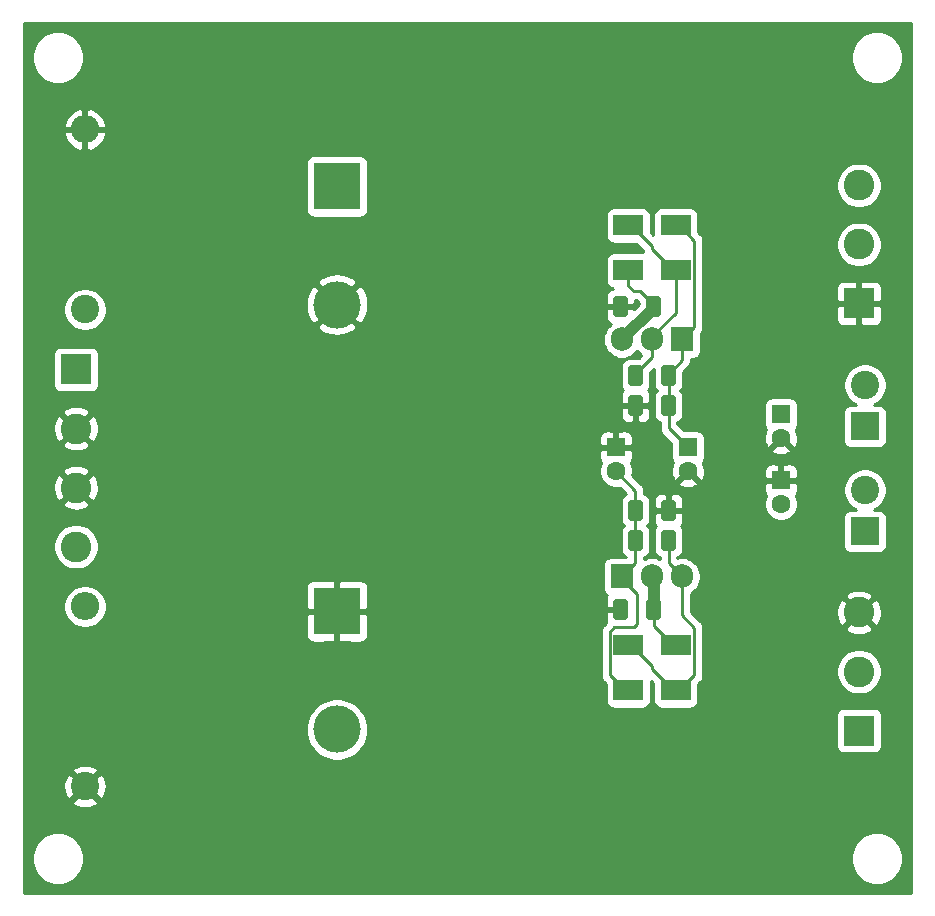
<source format=gbr>
G04 #@! TF.GenerationSoftware,KiCad,Pcbnew,5.1.9*
G04 #@! TF.CreationDate,2021-04-19T04:00:47-04:00*
G04 #@! TF.ProjectId,lm3886_psu,6c6d3338-3836-45f7-9073-752e6b696361,rev?*
G04 #@! TF.SameCoordinates,Original*
G04 #@! TF.FileFunction,Copper,L2,Bot*
G04 #@! TF.FilePolarity,Positive*
%FSLAX46Y46*%
G04 Gerber Fmt 4.6, Leading zero omitted, Abs format (unit mm)*
G04 Created by KiCad (PCBNEW 5.1.9) date 2021-04-19 04:00:47*
%MOMM*%
%LPD*%
G01*
G04 APERTURE LIST*
G04 #@! TA.AperFunction,ComponentPad*
%ADD10C,0.800000*%
G04 #@! TD*
G04 #@! TA.AperFunction,ComponentPad*
%ADD11C,6.400000*%
G04 #@! TD*
G04 #@! TA.AperFunction,ComponentPad*
%ADD12C,1.600000*%
G04 #@! TD*
G04 #@! TA.AperFunction,ComponentPad*
%ADD13R,1.600000X1.600000*%
G04 #@! TD*
G04 #@! TA.AperFunction,ComponentPad*
%ADD14O,2.400000X2.400000*%
G04 #@! TD*
G04 #@! TA.AperFunction,ComponentPad*
%ADD15C,2.400000*%
G04 #@! TD*
G04 #@! TA.AperFunction,ComponentPad*
%ADD16O,1.905000X2.000000*%
G04 #@! TD*
G04 #@! TA.AperFunction,ComponentPad*
%ADD17R,1.905000X2.000000*%
G04 #@! TD*
G04 #@! TA.AperFunction,ComponentPad*
%ADD18R,2.400000X2.400000*%
G04 #@! TD*
G04 #@! TA.AperFunction,ComponentPad*
%ADD19C,2.600000*%
G04 #@! TD*
G04 #@! TA.AperFunction,ComponentPad*
%ADD20R,2.600000X2.600000*%
G04 #@! TD*
G04 #@! TA.AperFunction,SMDPad,CuDef*
%ADD21R,2.500000X1.800000*%
G04 #@! TD*
G04 #@! TA.AperFunction,ComponentPad*
%ADD22C,4.000000*%
G04 #@! TD*
G04 #@! TA.AperFunction,ComponentPad*
%ADD23R,4.000000X4.000000*%
G04 #@! TD*
G04 #@! TA.AperFunction,ViaPad*
%ADD24C,0.800000*%
G04 #@! TD*
G04 #@! TA.AperFunction,Conductor*
%ADD25C,1.000000*%
G04 #@! TD*
G04 #@! TA.AperFunction,Conductor*
%ADD26C,0.250000*%
G04 #@! TD*
G04 #@! TA.AperFunction,Conductor*
%ADD27C,0.254000*%
G04 #@! TD*
G04 #@! TA.AperFunction,Conductor*
%ADD28C,0.100000*%
G04 #@! TD*
G04 APERTURE END LIST*
D10*
X123109056Y-88599944D03*
X121412000Y-87897000D03*
X119714944Y-88599944D03*
X119012000Y-90297000D03*
X119714944Y-91994056D03*
X121412000Y-92697000D03*
X123109056Y-91994056D03*
X123812000Y-90297000D03*
D11*
X121412000Y-90297000D03*
D12*
X143510000Y-94202000D03*
D13*
X143510000Y-92202000D03*
D12*
X143510000Y-88614000D03*
D13*
X143510000Y-86614000D03*
D12*
X129540000Y-91408000D03*
D13*
X129540000Y-89408000D03*
D12*
X135636000Y-91408000D03*
D13*
X135636000Y-89408000D03*
G04 #@! TA.AperFunction,SMDPad,CuDef*
G36*
G01*
X129293000Y-103749000D02*
X129293000Y-102499000D01*
G75*
G02*
X129543000Y-102249000I250000J0D01*
G01*
X130293000Y-102249000D01*
G75*
G02*
X130543000Y-102499000I0J-250000D01*
G01*
X130543000Y-103749000D01*
G75*
G02*
X130293000Y-103999000I-250000J0D01*
G01*
X129543000Y-103999000D01*
G75*
G02*
X129293000Y-103749000I0J250000D01*
G01*
G37*
G04 #@! TD.AperFunction*
G04 #@! TA.AperFunction,SMDPad,CuDef*
G36*
G01*
X132093000Y-103749000D02*
X132093000Y-102499000D01*
G75*
G02*
X132343000Y-102249000I250000J0D01*
G01*
X133093000Y-102249000D01*
G75*
G02*
X133343000Y-102499000I0J-250000D01*
G01*
X133343000Y-103749000D01*
G75*
G02*
X133093000Y-103999000I-250000J0D01*
G01*
X132343000Y-103999000D01*
G75*
G02*
X132093000Y-103749000I0J250000D01*
G01*
G37*
G04 #@! TD.AperFunction*
G04 #@! TA.AperFunction,SMDPad,CuDef*
G36*
G01*
X130543000Y-76845000D02*
X130543000Y-78095000D01*
G75*
G02*
X130293000Y-78345000I-250000J0D01*
G01*
X129543000Y-78345000D01*
G75*
G02*
X129293000Y-78095000I0J250000D01*
G01*
X129293000Y-76845000D01*
G75*
G02*
X129543000Y-76595000I250000J0D01*
G01*
X130293000Y-76595000D01*
G75*
G02*
X130543000Y-76845000I0J-250000D01*
G01*
G37*
G04 #@! TD.AperFunction*
G04 #@! TA.AperFunction,SMDPad,CuDef*
G36*
G01*
X133343000Y-76845000D02*
X133343000Y-78095000D01*
G75*
G02*
X133093000Y-78345000I-250000J0D01*
G01*
X132343000Y-78345000D01*
G75*
G02*
X132093000Y-78095000I0J250000D01*
G01*
X132093000Y-76845000D01*
G75*
G02*
X132343000Y-76595000I250000J0D01*
G01*
X133093000Y-76595000D01*
G75*
G02*
X133343000Y-76845000I0J-250000D01*
G01*
G37*
G04 #@! TD.AperFunction*
D14*
X84582000Y-102870000D03*
D15*
X84582000Y-118110000D03*
D14*
X84582000Y-62484000D03*
D15*
X84582000Y-77724000D03*
D16*
X135128000Y-100330000D03*
X132588000Y-100330000D03*
D17*
X130048000Y-100330000D03*
D16*
X130048000Y-80264000D03*
X132588000Y-80264000D03*
D17*
X135128000Y-80264000D03*
G04 #@! TA.AperFunction,SMDPad,CuDef*
G36*
G01*
X133363000Y-97907000D02*
X133363000Y-96657000D01*
G75*
G02*
X133613000Y-96407000I250000J0D01*
G01*
X134363000Y-96407000D01*
G75*
G02*
X134613000Y-96657000I0J-250000D01*
G01*
X134613000Y-97907000D01*
G75*
G02*
X134363000Y-98157000I-250000J0D01*
G01*
X133613000Y-98157000D01*
G75*
G02*
X133363000Y-97907000I0J250000D01*
G01*
G37*
G04 #@! TD.AperFunction*
G04 #@! TA.AperFunction,SMDPad,CuDef*
G36*
G01*
X130563000Y-97907000D02*
X130563000Y-96657000D01*
G75*
G02*
X130813000Y-96407000I250000J0D01*
G01*
X131563000Y-96407000D01*
G75*
G02*
X131813000Y-96657000I0J-250000D01*
G01*
X131813000Y-97907000D01*
G75*
G02*
X131563000Y-98157000I-250000J0D01*
G01*
X130813000Y-98157000D01*
G75*
G02*
X130563000Y-97907000I0J250000D01*
G01*
G37*
G04 #@! TD.AperFunction*
G04 #@! TA.AperFunction,SMDPad,CuDef*
G36*
G01*
X133363000Y-83937000D02*
X133363000Y-82687000D01*
G75*
G02*
X133613000Y-82437000I250000J0D01*
G01*
X134363000Y-82437000D01*
G75*
G02*
X134613000Y-82687000I0J-250000D01*
G01*
X134613000Y-83937000D01*
G75*
G02*
X134363000Y-84187000I-250000J0D01*
G01*
X133613000Y-84187000D01*
G75*
G02*
X133363000Y-83937000I0J250000D01*
G01*
G37*
G04 #@! TD.AperFunction*
G04 #@! TA.AperFunction,SMDPad,CuDef*
G36*
G01*
X130563000Y-83937000D02*
X130563000Y-82687000D01*
G75*
G02*
X130813000Y-82437000I250000J0D01*
G01*
X131563000Y-82437000D01*
G75*
G02*
X131813000Y-82687000I0J-250000D01*
G01*
X131813000Y-83937000D01*
G75*
G02*
X131563000Y-84187000I-250000J0D01*
G01*
X130813000Y-84187000D01*
G75*
G02*
X130563000Y-83937000I0J250000D01*
G01*
G37*
G04 #@! TD.AperFunction*
G04 #@! TA.AperFunction,SMDPad,CuDef*
G36*
G01*
X131813000Y-94117000D02*
X131813000Y-95367000D01*
G75*
G02*
X131563000Y-95617000I-250000J0D01*
G01*
X130813000Y-95617000D01*
G75*
G02*
X130563000Y-95367000I0J250000D01*
G01*
X130563000Y-94117000D01*
G75*
G02*
X130813000Y-93867000I250000J0D01*
G01*
X131563000Y-93867000D01*
G75*
G02*
X131813000Y-94117000I0J-250000D01*
G01*
G37*
G04 #@! TD.AperFunction*
G04 #@! TA.AperFunction,SMDPad,CuDef*
G36*
G01*
X134613000Y-94117000D02*
X134613000Y-95367000D01*
G75*
G02*
X134363000Y-95617000I-250000J0D01*
G01*
X133613000Y-95617000D01*
G75*
G02*
X133363000Y-95367000I0J250000D01*
G01*
X133363000Y-94117000D01*
G75*
G02*
X133613000Y-93867000I250000J0D01*
G01*
X134363000Y-93867000D01*
G75*
G02*
X134613000Y-94117000I0J-250000D01*
G01*
G37*
G04 #@! TD.AperFunction*
G04 #@! TA.AperFunction,SMDPad,CuDef*
G36*
G01*
X131813000Y-85227000D02*
X131813000Y-86477000D01*
G75*
G02*
X131563000Y-86727000I-250000J0D01*
G01*
X130813000Y-86727000D01*
G75*
G02*
X130563000Y-86477000I0J250000D01*
G01*
X130563000Y-85227000D01*
G75*
G02*
X130813000Y-84977000I250000J0D01*
G01*
X131563000Y-84977000D01*
G75*
G02*
X131813000Y-85227000I0J-250000D01*
G01*
G37*
G04 #@! TD.AperFunction*
G04 #@! TA.AperFunction,SMDPad,CuDef*
G36*
G01*
X134613000Y-85227000D02*
X134613000Y-86477000D01*
G75*
G02*
X134363000Y-86727000I-250000J0D01*
G01*
X133613000Y-86727000D01*
G75*
G02*
X133363000Y-86477000I0J250000D01*
G01*
X133363000Y-85227000D01*
G75*
G02*
X133613000Y-84977000I250000J0D01*
G01*
X134363000Y-84977000D01*
G75*
G02*
X134613000Y-85227000I0J-250000D01*
G01*
G37*
G04 #@! TD.AperFunction*
D15*
X150622000Y-93020000D03*
D18*
X150622000Y-96520000D03*
D15*
X150622000Y-84130000D03*
D18*
X150622000Y-87630000D03*
D19*
X150114000Y-103378000D03*
X150114000Y-108378000D03*
D20*
X150114000Y-113378000D03*
D19*
X150114000Y-67216000D03*
X150114000Y-72216000D03*
D20*
X150114000Y-77216000D03*
D19*
X83820000Y-97804000D03*
X83820000Y-92804000D03*
X83820000Y-87804000D03*
D20*
X83820000Y-82804000D03*
D21*
X130588000Y-109982000D03*
X134588000Y-109982000D03*
X134588000Y-70612000D03*
X130588000Y-70612000D03*
X134588000Y-106172000D03*
X130588000Y-106172000D03*
X134588000Y-74422000D03*
X130588000Y-74422000D03*
D22*
X105918000Y-113284000D03*
D23*
X105918000Y-103284000D03*
D22*
X105918000Y-77310000D03*
D23*
X105918000Y-67310000D03*
D24*
X139954000Y-75946000D03*
X139954000Y-76708000D03*
X139954000Y-77470000D03*
X139192000Y-75946000D03*
X139192000Y-76708000D03*
X139192000Y-77470000D03*
X138430000Y-75946000D03*
X138430000Y-76708000D03*
X138430000Y-77470000D03*
X125984000Y-76708000D03*
X126746000Y-77470000D03*
X125984000Y-77470000D03*
X125984000Y-75946000D03*
X125222000Y-77470000D03*
X125222000Y-75946000D03*
X126746000Y-76708000D03*
X125222000Y-76708000D03*
X126746000Y-75946000D03*
X125984000Y-104648000D03*
X125222000Y-104648000D03*
X126746000Y-103886000D03*
X126746000Y-104648000D03*
X125984000Y-103886000D03*
X125222000Y-103886000D03*
X126746000Y-103124000D03*
X125984000Y-103124000D03*
X125222000Y-103124000D03*
X139954000Y-104648000D03*
X138430000Y-103124000D03*
X139192000Y-103886000D03*
X139954000Y-103886000D03*
X139192000Y-104648000D03*
X139954000Y-103124000D03*
X139192000Y-103124000D03*
X138430000Y-104648000D03*
X138430000Y-103886000D03*
X127508000Y-76708000D03*
X127508000Y-77470000D03*
X127508000Y-75946000D03*
X137668000Y-75946000D03*
X137668000Y-76708000D03*
X137668000Y-77470000D03*
X127508000Y-104648000D03*
X127508000Y-103886000D03*
X127508000Y-103124000D03*
X137668000Y-104648000D03*
X137668000Y-103886000D03*
X137668000Y-103124000D03*
X125730000Y-81788000D03*
X126746000Y-81788000D03*
X125730000Y-97028000D03*
X126746000Y-97028000D03*
D25*
X132718000Y-77594000D02*
X130048000Y-80264000D01*
X132718000Y-77470000D02*
X132718000Y-77594000D01*
D26*
X132718000Y-77470000D02*
X132718000Y-77346000D01*
X132718000Y-77346000D02*
X131572000Y-76200000D01*
X131572000Y-76200000D02*
X131064000Y-76200000D01*
X130588000Y-75724000D02*
X130588000Y-74422000D01*
X131064000Y-76200000D02*
X130588000Y-75724000D01*
D25*
X132718000Y-100460000D02*
X132588000Y-100330000D01*
X132718000Y-103124000D02*
X132718000Y-100460000D01*
D26*
X132718000Y-103124000D02*
X132718000Y-104524000D01*
X134366000Y-106172000D02*
X134588000Y-106172000D01*
X132718000Y-104524000D02*
X134366000Y-106172000D01*
X134588000Y-70612000D02*
X134874000Y-70612000D01*
X136163001Y-79228999D02*
X135128000Y-80264000D01*
X136163001Y-71901001D02*
X136163001Y-79228999D01*
X134874000Y-70612000D02*
X136163001Y-71901001D01*
X133988000Y-83312000D02*
X133988000Y-83182000D01*
X135128000Y-82042000D02*
X135128000Y-80264000D01*
X133988000Y-83182000D02*
X135128000Y-82042000D01*
X133988000Y-83312000D02*
X133988000Y-85852000D01*
X133988000Y-87760000D02*
X135636000Y-89408000D01*
X133988000Y-85852000D02*
X133988000Y-87760000D01*
X131188000Y-94742000D02*
X131188000Y-97282000D01*
X131188000Y-99190000D02*
X130048000Y-100330000D01*
X131188000Y-97282000D02*
X131188000Y-99190000D01*
X130048000Y-100330000D02*
X130048000Y-100584000D01*
X130048000Y-100584000D02*
X131318000Y-101854000D01*
X131318000Y-101854000D02*
X131318000Y-104394000D01*
X131318000Y-104394000D02*
X131064000Y-104648000D01*
X129012999Y-105011999D02*
X129012999Y-108692999D01*
X129376998Y-104648000D02*
X129012999Y-105011999D01*
X131064000Y-104648000D02*
X129376998Y-104648000D01*
X130302000Y-109982000D02*
X130588000Y-109982000D01*
X129012999Y-108692999D02*
X130302000Y-109982000D01*
X131188000Y-93056000D02*
X129540000Y-91408000D01*
X131188000Y-94742000D02*
X131188000Y-93056000D01*
X132588000Y-80264000D02*
X132588000Y-80010000D01*
X134588000Y-78010000D02*
X134588000Y-74422000D01*
X132588000Y-80010000D02*
X134588000Y-78010000D01*
X131188000Y-83312000D02*
X131188000Y-83188000D01*
X132588000Y-81788000D02*
X132588000Y-80264000D01*
X131188000Y-83188000D02*
X132588000Y-81788000D01*
X130588000Y-70612000D02*
X130810000Y-70612000D01*
X130810000Y-70612000D02*
X132588000Y-72390000D01*
X132588000Y-72390000D02*
X132588000Y-72644000D01*
X134366000Y-74422000D02*
X134588000Y-74422000D01*
X132588000Y-72644000D02*
X134366000Y-74422000D01*
X133988000Y-99190000D02*
X135128000Y-100330000D01*
X133988000Y-97282000D02*
X133988000Y-99190000D01*
X130588000Y-106172000D02*
X130810000Y-106172000D01*
X130810000Y-106172000D02*
X132588000Y-107950000D01*
X132588000Y-107950000D02*
X132588000Y-108204000D01*
X134366000Y-109982000D02*
X134588000Y-109982000D01*
X132588000Y-108204000D02*
X134366000Y-109982000D01*
X135128000Y-100330000D02*
X135128000Y-103632000D01*
X136163001Y-104667001D02*
X136163001Y-108692999D01*
X135128000Y-103632000D02*
X136163001Y-104667001D01*
X134874000Y-109982000D02*
X134588000Y-109982000D01*
X136163001Y-108692999D02*
X134874000Y-109982000D01*
D27*
X154534001Y-127102000D02*
X79400000Y-127102000D01*
X79400000Y-123985872D01*
X80061000Y-123985872D01*
X80061000Y-124426128D01*
X80146890Y-124857925D01*
X80315369Y-125264669D01*
X80559962Y-125630729D01*
X80871271Y-125942038D01*
X81237331Y-126186631D01*
X81644075Y-126355110D01*
X82075872Y-126441000D01*
X82516128Y-126441000D01*
X82947925Y-126355110D01*
X83354669Y-126186631D01*
X83720729Y-125942038D01*
X84032038Y-125630729D01*
X84276631Y-125264669D01*
X84445110Y-124857925D01*
X84531000Y-124426128D01*
X84531000Y-123985872D01*
X149403000Y-123985872D01*
X149403000Y-124426128D01*
X149488890Y-124857925D01*
X149657369Y-125264669D01*
X149901962Y-125630729D01*
X150213271Y-125942038D01*
X150579331Y-126186631D01*
X150986075Y-126355110D01*
X151417872Y-126441000D01*
X151858128Y-126441000D01*
X152289925Y-126355110D01*
X152696669Y-126186631D01*
X153062729Y-125942038D01*
X153374038Y-125630729D01*
X153618631Y-125264669D01*
X153787110Y-124857925D01*
X153873000Y-124426128D01*
X153873000Y-123985872D01*
X153787110Y-123554075D01*
X153618631Y-123147331D01*
X153374038Y-122781271D01*
X153062729Y-122469962D01*
X152696669Y-122225369D01*
X152289925Y-122056890D01*
X151858128Y-121971000D01*
X151417872Y-121971000D01*
X150986075Y-122056890D01*
X150579331Y-122225369D01*
X150213271Y-122469962D01*
X149901962Y-122781271D01*
X149657369Y-123147331D01*
X149488890Y-123554075D01*
X149403000Y-123985872D01*
X84531000Y-123985872D01*
X84445110Y-123554075D01*
X84276631Y-123147331D01*
X84032038Y-122781271D01*
X83720729Y-122469962D01*
X83354669Y-122225369D01*
X82947925Y-122056890D01*
X82516128Y-121971000D01*
X82075872Y-121971000D01*
X81644075Y-122056890D01*
X81237331Y-122225369D01*
X80871271Y-122469962D01*
X80559962Y-122781271D01*
X80315369Y-123147331D01*
X80146890Y-123554075D01*
X80061000Y-123985872D01*
X79400000Y-123985872D01*
X79400000Y-119387980D01*
X83483626Y-119387980D01*
X83603514Y-119672836D01*
X83927210Y-119833699D01*
X84276069Y-119928322D01*
X84636684Y-119953067D01*
X84995198Y-119906985D01*
X85337833Y-119791846D01*
X85560486Y-119672836D01*
X85680374Y-119387980D01*
X84582000Y-118289605D01*
X83483626Y-119387980D01*
X79400000Y-119387980D01*
X79400000Y-118164684D01*
X82738933Y-118164684D01*
X82785015Y-118523198D01*
X82900154Y-118865833D01*
X83019164Y-119088486D01*
X83304020Y-119208374D01*
X84402395Y-118110000D01*
X84761605Y-118110000D01*
X85859980Y-119208374D01*
X86144836Y-119088486D01*
X86305699Y-118764790D01*
X86400322Y-118415931D01*
X86425067Y-118055316D01*
X86378985Y-117696802D01*
X86263846Y-117354167D01*
X86144836Y-117131514D01*
X85859980Y-117011626D01*
X84761605Y-118110000D01*
X84402395Y-118110000D01*
X83304020Y-117011626D01*
X83019164Y-117131514D01*
X82858301Y-117455210D01*
X82763678Y-117804069D01*
X82738933Y-118164684D01*
X79400000Y-118164684D01*
X79400000Y-116832020D01*
X83483626Y-116832020D01*
X84582000Y-117930395D01*
X85680374Y-116832020D01*
X85560486Y-116547164D01*
X85236790Y-116386301D01*
X84887931Y-116291678D01*
X84527316Y-116266933D01*
X84168802Y-116313015D01*
X83826167Y-116428154D01*
X83603514Y-116547164D01*
X83483626Y-116832020D01*
X79400000Y-116832020D01*
X79400000Y-113024475D01*
X103283000Y-113024475D01*
X103283000Y-113543525D01*
X103384261Y-114052601D01*
X103582893Y-114532141D01*
X103871262Y-114963715D01*
X104238285Y-115330738D01*
X104669859Y-115619107D01*
X105149399Y-115817739D01*
X105658475Y-115919000D01*
X106177525Y-115919000D01*
X106686601Y-115817739D01*
X107166141Y-115619107D01*
X107597715Y-115330738D01*
X107964738Y-114963715D01*
X108253107Y-114532141D01*
X108451739Y-114052601D01*
X108553000Y-113543525D01*
X108553000Y-113024475D01*
X108451739Y-112515399D01*
X108270563Y-112078000D01*
X148175928Y-112078000D01*
X148175928Y-114678000D01*
X148188188Y-114802482D01*
X148224498Y-114922180D01*
X148283463Y-115032494D01*
X148362815Y-115129185D01*
X148459506Y-115208537D01*
X148569820Y-115267502D01*
X148689518Y-115303812D01*
X148814000Y-115316072D01*
X151414000Y-115316072D01*
X151538482Y-115303812D01*
X151658180Y-115267502D01*
X151768494Y-115208537D01*
X151865185Y-115129185D01*
X151944537Y-115032494D01*
X152003502Y-114922180D01*
X152039812Y-114802482D01*
X152052072Y-114678000D01*
X152052072Y-112078000D01*
X152039812Y-111953518D01*
X152003502Y-111833820D01*
X151944537Y-111723506D01*
X151865185Y-111626815D01*
X151768494Y-111547463D01*
X151658180Y-111488498D01*
X151538482Y-111452188D01*
X151414000Y-111439928D01*
X148814000Y-111439928D01*
X148689518Y-111452188D01*
X148569820Y-111488498D01*
X148459506Y-111547463D01*
X148362815Y-111626815D01*
X148283463Y-111723506D01*
X148224498Y-111833820D01*
X148188188Y-111953518D01*
X148175928Y-112078000D01*
X108270563Y-112078000D01*
X108253107Y-112035859D01*
X107964738Y-111604285D01*
X107597715Y-111237262D01*
X107166141Y-110948893D01*
X106686601Y-110750261D01*
X106177525Y-110649000D01*
X105658475Y-110649000D01*
X105149399Y-110750261D01*
X104669859Y-110948893D01*
X104238285Y-111237262D01*
X103871262Y-111604285D01*
X103582893Y-112035859D01*
X103384261Y-112515399D01*
X103283000Y-113024475D01*
X79400000Y-113024475D01*
X79400000Y-105284000D01*
X103279928Y-105284000D01*
X103292188Y-105408482D01*
X103328498Y-105528180D01*
X103387463Y-105638494D01*
X103466815Y-105735185D01*
X103563506Y-105814537D01*
X103673820Y-105873502D01*
X103793518Y-105909812D01*
X103918000Y-105922072D01*
X105632250Y-105919000D01*
X105791000Y-105760250D01*
X105791000Y-103411000D01*
X106045000Y-103411000D01*
X106045000Y-105760250D01*
X106203750Y-105919000D01*
X107918000Y-105922072D01*
X108042482Y-105909812D01*
X108162180Y-105873502D01*
X108272494Y-105814537D01*
X108369185Y-105735185D01*
X108448537Y-105638494D01*
X108507502Y-105528180D01*
X108543812Y-105408482D01*
X108556072Y-105284000D01*
X108553000Y-103569750D01*
X108394250Y-103411000D01*
X106045000Y-103411000D01*
X105791000Y-103411000D01*
X103441750Y-103411000D01*
X103283000Y-103569750D01*
X103279928Y-105284000D01*
X79400000Y-105284000D01*
X79400000Y-102689268D01*
X82747000Y-102689268D01*
X82747000Y-103050732D01*
X82817518Y-103405250D01*
X82955844Y-103739199D01*
X83156662Y-104039744D01*
X83412256Y-104295338D01*
X83712801Y-104496156D01*
X84046750Y-104634482D01*
X84401268Y-104705000D01*
X84762732Y-104705000D01*
X85117250Y-104634482D01*
X85451199Y-104496156D01*
X85751744Y-104295338D01*
X86007338Y-104039744D01*
X86208156Y-103739199D01*
X86346482Y-103405250D01*
X86417000Y-103050732D01*
X86417000Y-102689268D01*
X86346482Y-102334750D01*
X86208156Y-102000801D01*
X86007338Y-101700256D01*
X85751744Y-101444662D01*
X85511297Y-101284000D01*
X103279928Y-101284000D01*
X103283000Y-102998250D01*
X103441750Y-103157000D01*
X105791000Y-103157000D01*
X105791000Y-100807750D01*
X106045000Y-100807750D01*
X106045000Y-103157000D01*
X108394250Y-103157000D01*
X108553000Y-102998250D01*
X108556072Y-101284000D01*
X108543812Y-101159518D01*
X108507502Y-101039820D01*
X108448537Y-100929506D01*
X108369185Y-100832815D01*
X108272494Y-100753463D01*
X108162180Y-100694498D01*
X108042482Y-100658188D01*
X107918000Y-100645928D01*
X106203750Y-100649000D01*
X106045000Y-100807750D01*
X105791000Y-100807750D01*
X105632250Y-100649000D01*
X103918000Y-100645928D01*
X103793518Y-100658188D01*
X103673820Y-100694498D01*
X103563506Y-100753463D01*
X103466815Y-100832815D01*
X103387463Y-100929506D01*
X103328498Y-101039820D01*
X103292188Y-101159518D01*
X103279928Y-101284000D01*
X85511297Y-101284000D01*
X85451199Y-101243844D01*
X85117250Y-101105518D01*
X84762732Y-101035000D01*
X84401268Y-101035000D01*
X84046750Y-101105518D01*
X83712801Y-101243844D01*
X83412256Y-101444662D01*
X83156662Y-101700256D01*
X82955844Y-102000801D01*
X82817518Y-102334750D01*
X82747000Y-102689268D01*
X79400000Y-102689268D01*
X79400000Y-97613419D01*
X81885000Y-97613419D01*
X81885000Y-97994581D01*
X81959361Y-98368419D01*
X82105225Y-98720566D01*
X82316987Y-99037491D01*
X82586509Y-99307013D01*
X82903434Y-99518775D01*
X83255581Y-99664639D01*
X83629419Y-99739000D01*
X84010581Y-99739000D01*
X84384419Y-99664639D01*
X84736566Y-99518775D01*
X85053491Y-99307013D01*
X85323013Y-99037491D01*
X85534775Y-98720566D01*
X85680639Y-98368419D01*
X85755000Y-97994581D01*
X85755000Y-97613419D01*
X85680639Y-97239581D01*
X85534775Y-96887434D01*
X85323013Y-96570509D01*
X85053491Y-96300987D01*
X84736566Y-96089225D01*
X84384419Y-95943361D01*
X84010581Y-95869000D01*
X83629419Y-95869000D01*
X83255581Y-95943361D01*
X82903434Y-96089225D01*
X82586509Y-96300987D01*
X82316987Y-96570509D01*
X82105225Y-96887434D01*
X81959361Y-97239581D01*
X81885000Y-97613419D01*
X79400000Y-97613419D01*
X79400000Y-94153224D01*
X82650381Y-94153224D01*
X82782317Y-94448312D01*
X83123045Y-94619159D01*
X83490557Y-94720250D01*
X83870729Y-94747701D01*
X84248951Y-94700457D01*
X84610690Y-94580333D01*
X84857683Y-94448312D01*
X84989619Y-94153224D01*
X83820000Y-92983605D01*
X82650381Y-94153224D01*
X79400000Y-94153224D01*
X79400000Y-92854729D01*
X81876299Y-92854729D01*
X81923543Y-93232951D01*
X82043667Y-93594690D01*
X82175688Y-93841683D01*
X82470776Y-93973619D01*
X83640395Y-92804000D01*
X83999605Y-92804000D01*
X85169224Y-93973619D01*
X85464312Y-93841683D01*
X85635159Y-93500955D01*
X85736250Y-93133443D01*
X85746038Y-92997881D01*
X118890724Y-92997881D01*
X119250912Y-93487548D01*
X119914882Y-93847849D01*
X120636385Y-94071694D01*
X121387695Y-94150480D01*
X122139938Y-94081178D01*
X122864208Y-93866452D01*
X123532670Y-93514555D01*
X123573088Y-93487548D01*
X123933276Y-92997881D01*
X121412000Y-90476605D01*
X118890724Y-92997881D01*
X85746038Y-92997881D01*
X85763701Y-92753271D01*
X85716457Y-92375049D01*
X85596333Y-92013310D01*
X85464312Y-91766317D01*
X85169224Y-91634381D01*
X83999605Y-92804000D01*
X83640395Y-92804000D01*
X82470776Y-91634381D01*
X82175688Y-91766317D01*
X82004841Y-92107045D01*
X81903750Y-92474557D01*
X81876299Y-92854729D01*
X79400000Y-92854729D01*
X79400000Y-91454776D01*
X82650381Y-91454776D01*
X83820000Y-92624395D01*
X84989619Y-91454776D01*
X84857683Y-91159688D01*
X84516955Y-90988841D01*
X84149443Y-90887750D01*
X83769271Y-90860299D01*
X83391049Y-90907543D01*
X83029310Y-91027667D01*
X82782317Y-91159688D01*
X82650381Y-91454776D01*
X79400000Y-91454776D01*
X79400000Y-90272695D01*
X117558520Y-90272695D01*
X117627822Y-91024938D01*
X117842548Y-91749208D01*
X118194445Y-92417670D01*
X118221452Y-92458088D01*
X118711119Y-92818276D01*
X121232395Y-90297000D01*
X121591605Y-90297000D01*
X124112881Y-92818276D01*
X124602548Y-92458088D01*
X124962849Y-91794118D01*
X125186694Y-91072615D01*
X125265480Y-90321305D01*
X125255042Y-90208000D01*
X128101928Y-90208000D01*
X128114188Y-90332482D01*
X128150498Y-90452180D01*
X128209463Y-90562494D01*
X128288815Y-90659185D01*
X128305393Y-90672790D01*
X128268320Y-90728273D01*
X128160147Y-90989426D01*
X128105000Y-91266665D01*
X128105000Y-91549335D01*
X128160147Y-91826574D01*
X128268320Y-92087727D01*
X128425363Y-92322759D01*
X128625241Y-92522637D01*
X128860273Y-92679680D01*
X129121426Y-92787853D01*
X129398665Y-92843000D01*
X129681335Y-92843000D01*
X129863886Y-92806688D01*
X130395325Y-93338127D01*
X130319614Y-93378595D01*
X130185038Y-93489038D01*
X130074595Y-93623614D01*
X129992528Y-93777150D01*
X129941992Y-93943746D01*
X129924928Y-94117000D01*
X129924928Y-95367000D01*
X129941992Y-95540254D01*
X129992528Y-95706850D01*
X130074595Y-95860386D01*
X130185038Y-95994962D01*
X130205799Y-96012000D01*
X130185038Y-96029038D01*
X130074595Y-96163614D01*
X129992528Y-96317150D01*
X129941992Y-96483746D01*
X129924928Y-96657000D01*
X129924928Y-97907000D01*
X129941992Y-98080254D01*
X129992528Y-98246850D01*
X130074595Y-98400386D01*
X130185038Y-98534962D01*
X130319614Y-98645405D01*
X130406652Y-98691928D01*
X129095500Y-98691928D01*
X128971018Y-98704188D01*
X128851320Y-98740498D01*
X128741006Y-98799463D01*
X128644315Y-98878815D01*
X128564963Y-98975506D01*
X128505998Y-99085820D01*
X128469688Y-99205518D01*
X128457428Y-99330000D01*
X128457428Y-101330000D01*
X128469688Y-101454482D01*
X128505998Y-101574180D01*
X128564963Y-101684494D01*
X128644315Y-101781185D01*
X128741006Y-101860537D01*
X128775298Y-101878867D01*
X128762463Y-101894506D01*
X128703498Y-102004820D01*
X128667188Y-102124518D01*
X128654928Y-102249000D01*
X128658000Y-102838250D01*
X128816750Y-102997000D01*
X129791000Y-102997000D01*
X129791000Y-102977000D01*
X130045000Y-102977000D01*
X130045000Y-102997000D01*
X130065000Y-102997000D01*
X130065000Y-103251000D01*
X130045000Y-103251000D01*
X130045000Y-103271000D01*
X129791000Y-103271000D01*
X129791000Y-103251000D01*
X128816750Y-103251000D01*
X128658000Y-103409750D01*
X128654928Y-103999000D01*
X128667188Y-104123482D01*
X128703498Y-104243180D01*
X128704724Y-104245473D01*
X128502002Y-104448195D01*
X128472998Y-104471998D01*
X128417870Y-104539173D01*
X128378025Y-104587723D01*
X128315339Y-104705000D01*
X128307453Y-104719753D01*
X128263996Y-104863014D01*
X128252999Y-104974667D01*
X128252999Y-104974677D01*
X128249323Y-105011999D01*
X128252999Y-105049322D01*
X128253000Y-108655667D01*
X128249323Y-108692999D01*
X128253000Y-108730332D01*
X128263701Y-108838974D01*
X128263997Y-108841984D01*
X128307453Y-108985245D01*
X128378025Y-109117275D01*
X128449200Y-109204001D01*
X128472999Y-109233000D01*
X128501997Y-109256798D01*
X128699928Y-109454729D01*
X128699928Y-110882000D01*
X128712188Y-111006482D01*
X128748498Y-111126180D01*
X128807463Y-111236494D01*
X128886815Y-111333185D01*
X128983506Y-111412537D01*
X129093820Y-111471502D01*
X129213518Y-111507812D01*
X129338000Y-111520072D01*
X131838000Y-111520072D01*
X131962482Y-111507812D01*
X132082180Y-111471502D01*
X132192494Y-111412537D01*
X132289185Y-111333185D01*
X132368537Y-111236494D01*
X132427502Y-111126180D01*
X132463812Y-111006482D01*
X132476072Y-110882000D01*
X132476072Y-109166873D01*
X132699928Y-109390729D01*
X132699928Y-110882000D01*
X132712188Y-111006482D01*
X132748498Y-111126180D01*
X132807463Y-111236494D01*
X132886815Y-111333185D01*
X132983506Y-111412537D01*
X133093820Y-111471502D01*
X133213518Y-111507812D01*
X133338000Y-111520072D01*
X135838000Y-111520072D01*
X135962482Y-111507812D01*
X136082180Y-111471502D01*
X136192494Y-111412537D01*
X136289185Y-111333185D01*
X136368537Y-111236494D01*
X136427502Y-111126180D01*
X136463812Y-111006482D01*
X136476072Y-110882000D01*
X136476072Y-109454730D01*
X136674004Y-109256798D01*
X136703002Y-109233000D01*
X136797975Y-109117275D01*
X136868547Y-108985246D01*
X136912004Y-108841985D01*
X136923001Y-108730332D01*
X136923001Y-108730324D01*
X136926677Y-108692999D01*
X136923001Y-108655674D01*
X136923001Y-108187419D01*
X148179000Y-108187419D01*
X148179000Y-108568581D01*
X148253361Y-108942419D01*
X148399225Y-109294566D01*
X148610987Y-109611491D01*
X148880509Y-109881013D01*
X149197434Y-110092775D01*
X149549581Y-110238639D01*
X149923419Y-110313000D01*
X150304581Y-110313000D01*
X150678419Y-110238639D01*
X151030566Y-110092775D01*
X151347491Y-109881013D01*
X151617013Y-109611491D01*
X151828775Y-109294566D01*
X151974639Y-108942419D01*
X152049000Y-108568581D01*
X152049000Y-108187419D01*
X151974639Y-107813581D01*
X151828775Y-107461434D01*
X151617013Y-107144509D01*
X151347491Y-106874987D01*
X151030566Y-106663225D01*
X150678419Y-106517361D01*
X150304581Y-106443000D01*
X149923419Y-106443000D01*
X149549581Y-106517361D01*
X149197434Y-106663225D01*
X148880509Y-106874987D01*
X148610987Y-107144509D01*
X148399225Y-107461434D01*
X148253361Y-107813581D01*
X148179000Y-108187419D01*
X136923001Y-108187419D01*
X136923001Y-104727224D01*
X148944381Y-104727224D01*
X149076317Y-105022312D01*
X149417045Y-105193159D01*
X149784557Y-105294250D01*
X150164729Y-105321701D01*
X150542951Y-105274457D01*
X150904690Y-105154333D01*
X151151683Y-105022312D01*
X151283619Y-104727224D01*
X150114000Y-103557605D01*
X148944381Y-104727224D01*
X136923001Y-104727224D01*
X136923001Y-104704323D01*
X136926677Y-104667000D01*
X136923001Y-104629677D01*
X136923001Y-104629668D01*
X136912004Y-104518015D01*
X136868547Y-104374754D01*
X136797975Y-104242725D01*
X136744591Y-104177676D01*
X136726800Y-104155997D01*
X136726796Y-104155993D01*
X136703002Y-104127000D01*
X136674010Y-104103207D01*
X135999531Y-103428729D01*
X148170299Y-103428729D01*
X148217543Y-103806951D01*
X148337667Y-104168690D01*
X148469688Y-104415683D01*
X148764776Y-104547619D01*
X149934395Y-103378000D01*
X150293605Y-103378000D01*
X151463224Y-104547619D01*
X151758312Y-104415683D01*
X151929159Y-104074955D01*
X152030250Y-103707443D01*
X152057701Y-103327271D01*
X152010457Y-102949049D01*
X151890333Y-102587310D01*
X151758312Y-102340317D01*
X151463224Y-102208381D01*
X150293605Y-103378000D01*
X149934395Y-103378000D01*
X148764776Y-102208381D01*
X148469688Y-102340317D01*
X148298841Y-102681045D01*
X148197750Y-103048557D01*
X148170299Y-103428729D01*
X135999531Y-103428729D01*
X135888000Y-103317199D01*
X135888000Y-102028776D01*
X148944381Y-102028776D01*
X150114000Y-103198395D01*
X151283619Y-102028776D01*
X151151683Y-101733688D01*
X150810955Y-101562841D01*
X150443443Y-101461750D01*
X150063271Y-101434299D01*
X149685049Y-101481543D01*
X149323310Y-101601667D01*
X149076317Y-101733688D01*
X148944381Y-102028776D01*
X135888000Y-102028776D01*
X135888000Y-101771319D01*
X136014235Y-101703845D01*
X136255963Y-101505463D01*
X136454345Y-101263734D01*
X136601755Y-100987948D01*
X136692530Y-100688703D01*
X136715500Y-100455485D01*
X136715500Y-100204514D01*
X136692530Y-99971296D01*
X136601755Y-99672051D01*
X136454345Y-99396265D01*
X136255963Y-99154537D01*
X136014234Y-98956155D01*
X135738448Y-98808745D01*
X135439203Y-98717970D01*
X135128000Y-98687319D01*
X134816796Y-98717970D01*
X134748000Y-98738839D01*
X134748000Y-98703339D01*
X134856386Y-98645405D01*
X134990962Y-98534962D01*
X135101405Y-98400386D01*
X135183472Y-98246850D01*
X135234008Y-98080254D01*
X135251072Y-97907000D01*
X135251072Y-96657000D01*
X135234008Y-96483746D01*
X135183472Y-96317150D01*
X135101405Y-96163614D01*
X135039628Y-96088338D01*
X135064185Y-96068185D01*
X135143537Y-95971494D01*
X135202502Y-95861180D01*
X135238812Y-95741482D01*
X135251072Y-95617000D01*
X135248000Y-95027750D01*
X135089250Y-94869000D01*
X134115000Y-94869000D01*
X134115000Y-94889000D01*
X133861000Y-94889000D01*
X133861000Y-94869000D01*
X132886750Y-94869000D01*
X132728000Y-95027750D01*
X132724928Y-95617000D01*
X132737188Y-95741482D01*
X132773498Y-95861180D01*
X132832463Y-95971494D01*
X132911815Y-96068185D01*
X132936372Y-96088338D01*
X132874595Y-96163614D01*
X132792528Y-96317150D01*
X132741992Y-96483746D01*
X132724928Y-96657000D01*
X132724928Y-97907000D01*
X132741992Y-98080254D01*
X132792528Y-98246850D01*
X132874595Y-98400386D01*
X132985038Y-98534962D01*
X133119614Y-98645405D01*
X133228001Y-98703339D01*
X133228001Y-98824541D01*
X133198448Y-98808745D01*
X132899203Y-98717970D01*
X132588000Y-98687319D01*
X132276796Y-98717970D01*
X131977551Y-98808745D01*
X131948000Y-98824540D01*
X131948000Y-98703339D01*
X132056386Y-98645405D01*
X132190962Y-98534962D01*
X132301405Y-98400386D01*
X132383472Y-98246850D01*
X132434008Y-98080254D01*
X132451072Y-97907000D01*
X132451072Y-96657000D01*
X132434008Y-96483746D01*
X132383472Y-96317150D01*
X132301405Y-96163614D01*
X132190962Y-96029038D01*
X132170201Y-96012000D01*
X132190962Y-95994962D01*
X132301405Y-95860386D01*
X132383472Y-95706850D01*
X132434008Y-95540254D01*
X132451072Y-95367000D01*
X132451072Y-94117000D01*
X132434008Y-93943746D01*
X132410728Y-93867000D01*
X132724928Y-93867000D01*
X132728000Y-94456250D01*
X132886750Y-94615000D01*
X133861000Y-94615000D01*
X133861000Y-93390750D01*
X134115000Y-93390750D01*
X134115000Y-94615000D01*
X135089250Y-94615000D01*
X135248000Y-94456250D01*
X135251072Y-93867000D01*
X135238812Y-93742518D01*
X135202502Y-93622820D01*
X135143537Y-93512506D01*
X135064185Y-93415815D01*
X134967494Y-93336463D01*
X134857180Y-93277498D01*
X134737482Y-93241188D01*
X134613000Y-93228928D01*
X134273750Y-93232000D01*
X134115000Y-93390750D01*
X133861000Y-93390750D01*
X133702250Y-93232000D01*
X133363000Y-93228928D01*
X133238518Y-93241188D01*
X133118820Y-93277498D01*
X133008506Y-93336463D01*
X132911815Y-93415815D01*
X132832463Y-93512506D01*
X132773498Y-93622820D01*
X132737188Y-93742518D01*
X132724928Y-93867000D01*
X132410728Y-93867000D01*
X132383472Y-93777150D01*
X132301405Y-93623614D01*
X132190962Y-93489038D01*
X132056386Y-93378595D01*
X131948000Y-93320661D01*
X131948000Y-93093323D01*
X131951676Y-93056000D01*
X131948000Y-93018677D01*
X131948000Y-93018667D01*
X131946359Y-93002000D01*
X142071928Y-93002000D01*
X142084188Y-93126482D01*
X142120498Y-93246180D01*
X142179463Y-93356494D01*
X142258815Y-93453185D01*
X142275393Y-93466790D01*
X142238320Y-93522273D01*
X142130147Y-93783426D01*
X142075000Y-94060665D01*
X142075000Y-94343335D01*
X142130147Y-94620574D01*
X142238320Y-94881727D01*
X142395363Y-95116759D01*
X142595241Y-95316637D01*
X142830273Y-95473680D01*
X143091426Y-95581853D01*
X143368665Y-95637000D01*
X143651335Y-95637000D01*
X143928574Y-95581853D01*
X144189727Y-95473680D01*
X144419725Y-95320000D01*
X148783928Y-95320000D01*
X148783928Y-97720000D01*
X148796188Y-97844482D01*
X148832498Y-97964180D01*
X148891463Y-98074494D01*
X148970815Y-98171185D01*
X149067506Y-98250537D01*
X149177820Y-98309502D01*
X149297518Y-98345812D01*
X149422000Y-98358072D01*
X151822000Y-98358072D01*
X151946482Y-98345812D01*
X152066180Y-98309502D01*
X152176494Y-98250537D01*
X152273185Y-98171185D01*
X152352537Y-98074494D01*
X152411502Y-97964180D01*
X152447812Y-97844482D01*
X152460072Y-97720000D01*
X152460072Y-95320000D01*
X152447812Y-95195518D01*
X152411502Y-95075820D01*
X152352537Y-94965506D01*
X152273185Y-94868815D01*
X152176494Y-94789463D01*
X152066180Y-94730498D01*
X151946482Y-94694188D01*
X151822000Y-94681928D01*
X151404838Y-94681928D01*
X151491199Y-94646156D01*
X151791744Y-94445338D01*
X152047338Y-94189744D01*
X152248156Y-93889199D01*
X152386482Y-93555250D01*
X152457000Y-93200732D01*
X152457000Y-92839268D01*
X152386482Y-92484750D01*
X152248156Y-92150801D01*
X152047338Y-91850256D01*
X151791744Y-91594662D01*
X151491199Y-91393844D01*
X151157250Y-91255518D01*
X150802732Y-91185000D01*
X150441268Y-91185000D01*
X150086750Y-91255518D01*
X149752801Y-91393844D01*
X149452256Y-91594662D01*
X149196662Y-91850256D01*
X148995844Y-92150801D01*
X148857518Y-92484750D01*
X148787000Y-92839268D01*
X148787000Y-93200732D01*
X148857518Y-93555250D01*
X148995844Y-93889199D01*
X149196662Y-94189744D01*
X149452256Y-94445338D01*
X149752801Y-94646156D01*
X149839162Y-94681928D01*
X149422000Y-94681928D01*
X149297518Y-94694188D01*
X149177820Y-94730498D01*
X149067506Y-94789463D01*
X148970815Y-94868815D01*
X148891463Y-94965506D01*
X148832498Y-95075820D01*
X148796188Y-95195518D01*
X148783928Y-95320000D01*
X144419725Y-95320000D01*
X144424759Y-95316637D01*
X144624637Y-95116759D01*
X144781680Y-94881727D01*
X144889853Y-94620574D01*
X144945000Y-94343335D01*
X144945000Y-94060665D01*
X144889853Y-93783426D01*
X144781680Y-93522273D01*
X144744607Y-93466790D01*
X144761185Y-93453185D01*
X144840537Y-93356494D01*
X144899502Y-93246180D01*
X144935812Y-93126482D01*
X144948072Y-93002000D01*
X144945000Y-92487750D01*
X144786250Y-92329000D01*
X143637000Y-92329000D01*
X143637000Y-92349000D01*
X143383000Y-92349000D01*
X143383000Y-92329000D01*
X142233750Y-92329000D01*
X142075000Y-92487750D01*
X142071928Y-93002000D01*
X131946359Y-93002000D01*
X131937003Y-92907014D01*
X131893546Y-92763753D01*
X131865671Y-92711603D01*
X131822974Y-92631723D01*
X131751799Y-92544997D01*
X131728001Y-92515999D01*
X131699003Y-92492201D01*
X131607504Y-92400702D01*
X134822903Y-92400702D01*
X134894486Y-92644671D01*
X135149996Y-92765571D01*
X135424184Y-92834300D01*
X135706512Y-92848217D01*
X135986130Y-92806787D01*
X136252292Y-92711603D01*
X136377514Y-92644671D01*
X136449097Y-92400702D01*
X135636000Y-91587605D01*
X134822903Y-92400702D01*
X131607504Y-92400702D01*
X130938688Y-91731886D01*
X130975000Y-91549335D01*
X130975000Y-91266665D01*
X130919853Y-90989426D01*
X130811680Y-90728273D01*
X130774607Y-90672790D01*
X130791185Y-90659185D01*
X130870537Y-90562494D01*
X130929502Y-90452180D01*
X130965812Y-90332482D01*
X130978072Y-90208000D01*
X130975000Y-89693750D01*
X130816250Y-89535000D01*
X129667000Y-89535000D01*
X129667000Y-89555000D01*
X129413000Y-89555000D01*
X129413000Y-89535000D01*
X128263750Y-89535000D01*
X128105000Y-89693750D01*
X128101928Y-90208000D01*
X125255042Y-90208000D01*
X125196178Y-89569062D01*
X124981452Y-88844792D01*
X124856799Y-88608000D01*
X128101928Y-88608000D01*
X128105000Y-89122250D01*
X128263750Y-89281000D01*
X129413000Y-89281000D01*
X129413000Y-88131750D01*
X129667000Y-88131750D01*
X129667000Y-89281000D01*
X130816250Y-89281000D01*
X130975000Y-89122250D01*
X130978072Y-88608000D01*
X130965812Y-88483518D01*
X130929502Y-88363820D01*
X130870537Y-88253506D01*
X130791185Y-88156815D01*
X130694494Y-88077463D01*
X130584180Y-88018498D01*
X130464482Y-87982188D01*
X130340000Y-87969928D01*
X129825750Y-87973000D01*
X129667000Y-88131750D01*
X129413000Y-88131750D01*
X129254250Y-87973000D01*
X128740000Y-87969928D01*
X128615518Y-87982188D01*
X128495820Y-88018498D01*
X128385506Y-88077463D01*
X128288815Y-88156815D01*
X128209463Y-88253506D01*
X128150498Y-88363820D01*
X128114188Y-88483518D01*
X128101928Y-88608000D01*
X124856799Y-88608000D01*
X124629555Y-88176330D01*
X124602548Y-88135912D01*
X124112881Y-87775724D01*
X121591605Y-90297000D01*
X121232395Y-90297000D01*
X118711119Y-87775724D01*
X118221452Y-88135912D01*
X117861151Y-88799882D01*
X117637306Y-89521385D01*
X117558520Y-90272695D01*
X79400000Y-90272695D01*
X79400000Y-89153224D01*
X82650381Y-89153224D01*
X82782317Y-89448312D01*
X83123045Y-89619159D01*
X83490557Y-89720250D01*
X83870729Y-89747701D01*
X84248951Y-89700457D01*
X84610690Y-89580333D01*
X84857683Y-89448312D01*
X84989619Y-89153224D01*
X83820000Y-87983605D01*
X82650381Y-89153224D01*
X79400000Y-89153224D01*
X79400000Y-87854729D01*
X81876299Y-87854729D01*
X81923543Y-88232951D01*
X82043667Y-88594690D01*
X82175688Y-88841683D01*
X82470776Y-88973619D01*
X83640395Y-87804000D01*
X83999605Y-87804000D01*
X85169224Y-88973619D01*
X85464312Y-88841683D01*
X85635159Y-88500955D01*
X85736250Y-88133443D01*
X85763701Y-87753271D01*
X85744072Y-87596119D01*
X118890724Y-87596119D01*
X121412000Y-90117395D01*
X123933276Y-87596119D01*
X123573088Y-87106452D01*
X122909118Y-86746151D01*
X122847391Y-86727000D01*
X129924928Y-86727000D01*
X129937188Y-86851482D01*
X129973498Y-86971180D01*
X130032463Y-87081494D01*
X130111815Y-87178185D01*
X130208506Y-87257537D01*
X130318820Y-87316502D01*
X130438518Y-87352812D01*
X130563000Y-87365072D01*
X130902250Y-87362000D01*
X131061000Y-87203250D01*
X131061000Y-85979000D01*
X131315000Y-85979000D01*
X131315000Y-87203250D01*
X131473750Y-87362000D01*
X131813000Y-87365072D01*
X131937482Y-87352812D01*
X132057180Y-87316502D01*
X132167494Y-87257537D01*
X132264185Y-87178185D01*
X132343537Y-87081494D01*
X132402502Y-86971180D01*
X132438812Y-86851482D01*
X132451072Y-86727000D01*
X132448000Y-86137750D01*
X132289250Y-85979000D01*
X131315000Y-85979000D01*
X131061000Y-85979000D01*
X130086750Y-85979000D01*
X129928000Y-86137750D01*
X129924928Y-86727000D01*
X122847391Y-86727000D01*
X122187615Y-86522306D01*
X121436305Y-86443520D01*
X120684062Y-86512822D01*
X119959792Y-86727548D01*
X119291330Y-87079445D01*
X119250912Y-87106452D01*
X118890724Y-87596119D01*
X85744072Y-87596119D01*
X85716457Y-87375049D01*
X85596333Y-87013310D01*
X85464312Y-86766317D01*
X85169224Y-86634381D01*
X83999605Y-87804000D01*
X83640395Y-87804000D01*
X82470776Y-86634381D01*
X82175688Y-86766317D01*
X82004841Y-87107045D01*
X81903750Y-87474557D01*
X81876299Y-87854729D01*
X79400000Y-87854729D01*
X79400000Y-86454776D01*
X82650381Y-86454776D01*
X83820000Y-87624395D01*
X84989619Y-86454776D01*
X84857683Y-86159688D01*
X84516955Y-85988841D01*
X84149443Y-85887750D01*
X83769271Y-85860299D01*
X83391049Y-85907543D01*
X83029310Y-86027667D01*
X82782317Y-86159688D01*
X82650381Y-86454776D01*
X79400000Y-86454776D01*
X79400000Y-81504000D01*
X81881928Y-81504000D01*
X81881928Y-84104000D01*
X81894188Y-84228482D01*
X81930498Y-84348180D01*
X81989463Y-84458494D01*
X82068815Y-84555185D01*
X82165506Y-84634537D01*
X82275820Y-84693502D01*
X82395518Y-84729812D01*
X82520000Y-84742072D01*
X85120000Y-84742072D01*
X85244482Y-84729812D01*
X85364180Y-84693502D01*
X85474494Y-84634537D01*
X85571185Y-84555185D01*
X85650537Y-84458494D01*
X85709502Y-84348180D01*
X85745812Y-84228482D01*
X85758072Y-84104000D01*
X85758072Y-81504000D01*
X85745812Y-81379518D01*
X85709502Y-81259820D01*
X85650537Y-81149506D01*
X85571185Y-81052815D01*
X85474494Y-80973463D01*
X85364180Y-80914498D01*
X85244482Y-80878188D01*
X85120000Y-80865928D01*
X82520000Y-80865928D01*
X82395518Y-80878188D01*
X82275820Y-80914498D01*
X82165506Y-80973463D01*
X82068815Y-81052815D01*
X81989463Y-81149506D01*
X81930498Y-81259820D01*
X81894188Y-81379518D01*
X81881928Y-81504000D01*
X79400000Y-81504000D01*
X79400000Y-80138514D01*
X128460500Y-80138514D01*
X128460500Y-80389485D01*
X128483470Y-80622703D01*
X128574245Y-80921948D01*
X128721655Y-81197734D01*
X128920037Y-81439463D01*
X129161765Y-81637845D01*
X129437551Y-81785255D01*
X129736796Y-81876030D01*
X130048000Y-81906681D01*
X130359203Y-81876030D01*
X130658448Y-81785255D01*
X130934234Y-81637845D01*
X131175963Y-81439463D01*
X131318000Y-81266391D01*
X131460037Y-81439463D01*
X131680668Y-81620531D01*
X131502270Y-81798928D01*
X130813000Y-81798928D01*
X130639746Y-81815992D01*
X130473150Y-81866528D01*
X130319614Y-81948595D01*
X130185038Y-82059038D01*
X130074595Y-82193614D01*
X129992528Y-82347150D01*
X129941992Y-82513746D01*
X129924928Y-82687000D01*
X129924928Y-83937000D01*
X129941992Y-84110254D01*
X129992528Y-84276850D01*
X130074595Y-84430386D01*
X130136372Y-84505662D01*
X130111815Y-84525815D01*
X130032463Y-84622506D01*
X129973498Y-84732820D01*
X129937188Y-84852518D01*
X129924928Y-84977000D01*
X129928000Y-85566250D01*
X130086750Y-85725000D01*
X131061000Y-85725000D01*
X131061000Y-85705000D01*
X131315000Y-85705000D01*
X131315000Y-85725000D01*
X132289250Y-85725000D01*
X132448000Y-85566250D01*
X132451072Y-84977000D01*
X132438812Y-84852518D01*
X132402502Y-84732820D01*
X132343537Y-84622506D01*
X132264185Y-84525815D01*
X132239628Y-84505662D01*
X132301405Y-84430386D01*
X132383472Y-84276850D01*
X132434008Y-84110254D01*
X132451072Y-83937000D01*
X132451072Y-82999730D01*
X132724928Y-82725874D01*
X132724928Y-83937000D01*
X132741992Y-84110254D01*
X132792528Y-84276850D01*
X132874595Y-84430386D01*
X132985038Y-84564962D01*
X133005799Y-84582000D01*
X132985038Y-84599038D01*
X132874595Y-84733614D01*
X132792528Y-84887150D01*
X132741992Y-85053746D01*
X132724928Y-85227000D01*
X132724928Y-86477000D01*
X132741992Y-86650254D01*
X132792528Y-86816850D01*
X132874595Y-86970386D01*
X132985038Y-87104962D01*
X133119614Y-87215405D01*
X133228001Y-87273339D01*
X133228001Y-87722668D01*
X133224324Y-87760000D01*
X133228001Y-87797333D01*
X133237818Y-87897000D01*
X133238998Y-87908985D01*
X133282454Y-88052246D01*
X133353026Y-88184276D01*
X133418348Y-88263870D01*
X133448000Y-88300001D01*
X133476998Y-88323799D01*
X134197928Y-89044729D01*
X134197928Y-90208000D01*
X134210188Y-90332482D01*
X134246498Y-90452180D01*
X134305463Y-90562494D01*
X134384815Y-90659185D01*
X134397758Y-90669807D01*
X134278429Y-90921996D01*
X134209700Y-91196184D01*
X134195783Y-91478512D01*
X134237213Y-91758130D01*
X134332397Y-92024292D01*
X134399329Y-92149514D01*
X134643298Y-92221097D01*
X135456395Y-91408000D01*
X135442253Y-91393858D01*
X135621858Y-91214253D01*
X135636000Y-91228395D01*
X135650143Y-91214253D01*
X135829748Y-91393858D01*
X135815605Y-91408000D01*
X136628702Y-92221097D01*
X136872671Y-92149514D01*
X136993571Y-91894004D01*
X137062300Y-91619816D01*
X137073036Y-91402000D01*
X142071928Y-91402000D01*
X142075000Y-91916250D01*
X142233750Y-92075000D01*
X143383000Y-92075000D01*
X143383000Y-90925750D01*
X143637000Y-90925750D01*
X143637000Y-92075000D01*
X144786250Y-92075000D01*
X144945000Y-91916250D01*
X144948072Y-91402000D01*
X144935812Y-91277518D01*
X144899502Y-91157820D01*
X144840537Y-91047506D01*
X144761185Y-90950815D01*
X144664494Y-90871463D01*
X144554180Y-90812498D01*
X144434482Y-90776188D01*
X144310000Y-90763928D01*
X143795750Y-90767000D01*
X143637000Y-90925750D01*
X143383000Y-90925750D01*
X143224250Y-90767000D01*
X142710000Y-90763928D01*
X142585518Y-90776188D01*
X142465820Y-90812498D01*
X142355506Y-90871463D01*
X142258815Y-90950815D01*
X142179463Y-91047506D01*
X142120498Y-91157820D01*
X142084188Y-91277518D01*
X142071928Y-91402000D01*
X137073036Y-91402000D01*
X137076217Y-91337488D01*
X137034787Y-91057870D01*
X136939603Y-90791708D01*
X136874384Y-90669691D01*
X136887185Y-90659185D01*
X136966537Y-90562494D01*
X137025502Y-90452180D01*
X137061812Y-90332482D01*
X137074072Y-90208000D01*
X137074072Y-89606702D01*
X142696903Y-89606702D01*
X142768486Y-89850671D01*
X143023996Y-89971571D01*
X143298184Y-90040300D01*
X143580512Y-90054217D01*
X143860130Y-90012787D01*
X144126292Y-89917603D01*
X144251514Y-89850671D01*
X144323097Y-89606702D01*
X143510000Y-88793605D01*
X142696903Y-89606702D01*
X137074072Y-89606702D01*
X137074072Y-88684512D01*
X142069783Y-88684512D01*
X142111213Y-88964130D01*
X142206397Y-89230292D01*
X142273329Y-89355514D01*
X142517298Y-89427097D01*
X143330395Y-88614000D01*
X143316253Y-88599858D01*
X143495858Y-88420253D01*
X143510000Y-88434395D01*
X143524143Y-88420253D01*
X143703748Y-88599858D01*
X143689605Y-88614000D01*
X144502702Y-89427097D01*
X144746671Y-89355514D01*
X144867571Y-89100004D01*
X144936300Y-88825816D01*
X144950217Y-88543488D01*
X144908787Y-88263870D01*
X144813603Y-87997708D01*
X144748384Y-87875691D01*
X144761185Y-87865185D01*
X144840537Y-87768494D01*
X144899502Y-87658180D01*
X144935812Y-87538482D01*
X144948072Y-87414000D01*
X144948072Y-86430000D01*
X148783928Y-86430000D01*
X148783928Y-88830000D01*
X148796188Y-88954482D01*
X148832498Y-89074180D01*
X148891463Y-89184494D01*
X148970815Y-89281185D01*
X149067506Y-89360537D01*
X149177820Y-89419502D01*
X149297518Y-89455812D01*
X149422000Y-89468072D01*
X151822000Y-89468072D01*
X151946482Y-89455812D01*
X152066180Y-89419502D01*
X152176494Y-89360537D01*
X152273185Y-89281185D01*
X152352537Y-89184494D01*
X152411502Y-89074180D01*
X152447812Y-88954482D01*
X152460072Y-88830000D01*
X152460072Y-86430000D01*
X152447812Y-86305518D01*
X152411502Y-86185820D01*
X152352537Y-86075506D01*
X152273185Y-85978815D01*
X152176494Y-85899463D01*
X152066180Y-85840498D01*
X151946482Y-85804188D01*
X151822000Y-85791928D01*
X151404838Y-85791928D01*
X151491199Y-85756156D01*
X151791744Y-85555338D01*
X152047338Y-85299744D01*
X152248156Y-84999199D01*
X152386482Y-84665250D01*
X152457000Y-84310732D01*
X152457000Y-83949268D01*
X152386482Y-83594750D01*
X152248156Y-83260801D01*
X152047338Y-82960256D01*
X151791744Y-82704662D01*
X151491199Y-82503844D01*
X151157250Y-82365518D01*
X150802732Y-82295000D01*
X150441268Y-82295000D01*
X150086750Y-82365518D01*
X149752801Y-82503844D01*
X149452256Y-82704662D01*
X149196662Y-82960256D01*
X148995844Y-83260801D01*
X148857518Y-83594750D01*
X148787000Y-83949268D01*
X148787000Y-84310732D01*
X148857518Y-84665250D01*
X148995844Y-84999199D01*
X149196662Y-85299744D01*
X149452256Y-85555338D01*
X149752801Y-85756156D01*
X149839162Y-85791928D01*
X149422000Y-85791928D01*
X149297518Y-85804188D01*
X149177820Y-85840498D01*
X149067506Y-85899463D01*
X148970815Y-85978815D01*
X148891463Y-86075506D01*
X148832498Y-86185820D01*
X148796188Y-86305518D01*
X148783928Y-86430000D01*
X144948072Y-86430000D01*
X144948072Y-85814000D01*
X144935812Y-85689518D01*
X144899502Y-85569820D01*
X144840537Y-85459506D01*
X144761185Y-85362815D01*
X144664494Y-85283463D01*
X144554180Y-85224498D01*
X144434482Y-85188188D01*
X144310000Y-85175928D01*
X142710000Y-85175928D01*
X142585518Y-85188188D01*
X142465820Y-85224498D01*
X142355506Y-85283463D01*
X142258815Y-85362815D01*
X142179463Y-85459506D01*
X142120498Y-85569820D01*
X142084188Y-85689518D01*
X142071928Y-85814000D01*
X142071928Y-87414000D01*
X142084188Y-87538482D01*
X142120498Y-87658180D01*
X142179463Y-87768494D01*
X142258815Y-87865185D01*
X142271758Y-87875807D01*
X142152429Y-88127996D01*
X142083700Y-88402184D01*
X142069783Y-88684512D01*
X137074072Y-88684512D01*
X137074072Y-88608000D01*
X137061812Y-88483518D01*
X137025502Y-88363820D01*
X136966537Y-88253506D01*
X136887185Y-88156815D01*
X136790494Y-88077463D01*
X136680180Y-88018498D01*
X136560482Y-87982188D01*
X136436000Y-87969928D01*
X135272729Y-87969928D01*
X134748000Y-87445199D01*
X134748000Y-87273339D01*
X134856386Y-87215405D01*
X134990962Y-87104962D01*
X135101405Y-86970386D01*
X135183472Y-86816850D01*
X135234008Y-86650254D01*
X135251072Y-86477000D01*
X135251072Y-85227000D01*
X135234008Y-85053746D01*
X135183472Y-84887150D01*
X135101405Y-84733614D01*
X134990962Y-84599038D01*
X134970201Y-84582000D01*
X134990962Y-84564962D01*
X135101405Y-84430386D01*
X135183472Y-84276850D01*
X135234008Y-84110254D01*
X135251072Y-83937000D01*
X135251072Y-82993730D01*
X135639009Y-82605794D01*
X135668001Y-82582001D01*
X135691795Y-82553008D01*
X135691799Y-82553004D01*
X135762973Y-82466277D01*
X135762974Y-82466276D01*
X135833546Y-82334247D01*
X135877003Y-82190986D01*
X135888000Y-82079333D01*
X135888000Y-82079324D01*
X135891676Y-82042001D01*
X135888000Y-82004678D01*
X135888000Y-81902072D01*
X136080500Y-81902072D01*
X136204982Y-81889812D01*
X136324680Y-81853502D01*
X136434994Y-81794537D01*
X136531685Y-81715185D01*
X136611037Y-81618494D01*
X136670002Y-81508180D01*
X136706312Y-81388482D01*
X136718572Y-81264000D01*
X136718572Y-79750028D01*
X136726796Y-79740007D01*
X136726800Y-79740003D01*
X136797974Y-79653276D01*
X136797975Y-79653275D01*
X136868547Y-79521246D01*
X136912004Y-79377985D01*
X136923001Y-79266332D01*
X136923001Y-79266323D01*
X136926677Y-79229000D01*
X136923001Y-79191677D01*
X136923001Y-78516000D01*
X148175928Y-78516000D01*
X148188188Y-78640482D01*
X148224498Y-78760180D01*
X148283463Y-78870494D01*
X148362815Y-78967185D01*
X148459506Y-79046537D01*
X148569820Y-79105502D01*
X148689518Y-79141812D01*
X148814000Y-79154072D01*
X149828250Y-79151000D01*
X149987000Y-78992250D01*
X149987000Y-77343000D01*
X150241000Y-77343000D01*
X150241000Y-78992250D01*
X150399750Y-79151000D01*
X151414000Y-79154072D01*
X151538482Y-79141812D01*
X151658180Y-79105502D01*
X151768494Y-79046537D01*
X151865185Y-78967185D01*
X151944537Y-78870494D01*
X152003502Y-78760180D01*
X152039812Y-78640482D01*
X152052072Y-78516000D01*
X152049000Y-77501750D01*
X151890250Y-77343000D01*
X150241000Y-77343000D01*
X149987000Y-77343000D01*
X148337750Y-77343000D01*
X148179000Y-77501750D01*
X148175928Y-78516000D01*
X136923001Y-78516000D01*
X136923001Y-75916000D01*
X148175928Y-75916000D01*
X148179000Y-76930250D01*
X148337750Y-77089000D01*
X149987000Y-77089000D01*
X149987000Y-75439750D01*
X150241000Y-75439750D01*
X150241000Y-77089000D01*
X151890250Y-77089000D01*
X152049000Y-76930250D01*
X152052072Y-75916000D01*
X152039812Y-75791518D01*
X152003502Y-75671820D01*
X151944537Y-75561506D01*
X151865185Y-75464815D01*
X151768494Y-75385463D01*
X151658180Y-75326498D01*
X151538482Y-75290188D01*
X151414000Y-75277928D01*
X150399750Y-75281000D01*
X150241000Y-75439750D01*
X149987000Y-75439750D01*
X149828250Y-75281000D01*
X148814000Y-75277928D01*
X148689518Y-75290188D01*
X148569820Y-75326498D01*
X148459506Y-75385463D01*
X148362815Y-75464815D01*
X148283463Y-75561506D01*
X148224498Y-75671820D01*
X148188188Y-75791518D01*
X148175928Y-75916000D01*
X136923001Y-75916000D01*
X136923001Y-72025419D01*
X148179000Y-72025419D01*
X148179000Y-72406581D01*
X148253361Y-72780419D01*
X148399225Y-73132566D01*
X148610987Y-73449491D01*
X148880509Y-73719013D01*
X149197434Y-73930775D01*
X149549581Y-74076639D01*
X149923419Y-74151000D01*
X150304581Y-74151000D01*
X150678419Y-74076639D01*
X151030566Y-73930775D01*
X151347491Y-73719013D01*
X151617013Y-73449491D01*
X151828775Y-73132566D01*
X151974639Y-72780419D01*
X152049000Y-72406581D01*
X152049000Y-72025419D01*
X151974639Y-71651581D01*
X151828775Y-71299434D01*
X151617013Y-70982509D01*
X151347491Y-70712987D01*
X151030566Y-70501225D01*
X150678419Y-70355361D01*
X150304581Y-70281000D01*
X149923419Y-70281000D01*
X149549581Y-70355361D01*
X149197434Y-70501225D01*
X148880509Y-70712987D01*
X148610987Y-70982509D01*
X148399225Y-71299434D01*
X148253361Y-71651581D01*
X148179000Y-72025419D01*
X136923001Y-72025419D01*
X136923001Y-71938326D01*
X136926677Y-71901001D01*
X136923001Y-71863676D01*
X136923001Y-71863668D01*
X136912004Y-71752015D01*
X136868547Y-71608754D01*
X136797975Y-71476725D01*
X136703002Y-71361000D01*
X136674005Y-71337203D01*
X136476072Y-71139270D01*
X136476072Y-69712000D01*
X136463812Y-69587518D01*
X136427502Y-69467820D01*
X136368537Y-69357506D01*
X136289185Y-69260815D01*
X136192494Y-69181463D01*
X136082180Y-69122498D01*
X135962482Y-69086188D01*
X135838000Y-69073928D01*
X133338000Y-69073928D01*
X133213518Y-69086188D01*
X133093820Y-69122498D01*
X132983506Y-69181463D01*
X132886815Y-69260815D01*
X132807463Y-69357506D01*
X132748498Y-69467820D01*
X132712188Y-69587518D01*
X132699928Y-69712000D01*
X132699928Y-71427126D01*
X132476072Y-71203270D01*
X132476072Y-69712000D01*
X132463812Y-69587518D01*
X132427502Y-69467820D01*
X132368537Y-69357506D01*
X132289185Y-69260815D01*
X132192494Y-69181463D01*
X132082180Y-69122498D01*
X131962482Y-69086188D01*
X131838000Y-69073928D01*
X129338000Y-69073928D01*
X129213518Y-69086188D01*
X129093820Y-69122498D01*
X128983506Y-69181463D01*
X128886815Y-69260815D01*
X128807463Y-69357506D01*
X128748498Y-69467820D01*
X128712188Y-69587518D01*
X128699928Y-69712000D01*
X128699928Y-71512000D01*
X128712188Y-71636482D01*
X128748498Y-71756180D01*
X128807463Y-71866494D01*
X128886815Y-71963185D01*
X128983506Y-72042537D01*
X129093820Y-72101502D01*
X129213518Y-72137812D01*
X129338000Y-72150072D01*
X131273270Y-72150072D01*
X131830564Y-72707366D01*
X131838997Y-72792986D01*
X131867464Y-72886830D01*
X131838000Y-72883928D01*
X129338000Y-72883928D01*
X129213518Y-72896188D01*
X129093820Y-72932498D01*
X128983506Y-72991463D01*
X128886815Y-73070815D01*
X128807463Y-73167506D01*
X128748498Y-73277820D01*
X128712188Y-73397518D01*
X128699928Y-73522000D01*
X128699928Y-75322000D01*
X128712188Y-75446482D01*
X128748498Y-75566180D01*
X128807463Y-75676494D01*
X128886815Y-75773185D01*
X128983506Y-75852537D01*
X129093820Y-75911502D01*
X129213518Y-75947812D01*
X129307401Y-75957058D01*
X129293000Y-75956928D01*
X129168518Y-75969188D01*
X129048820Y-76005498D01*
X128938506Y-76064463D01*
X128841815Y-76143815D01*
X128762463Y-76240506D01*
X128703498Y-76350820D01*
X128667188Y-76470518D01*
X128654928Y-76595000D01*
X128658000Y-77184250D01*
X128816750Y-77343000D01*
X129791000Y-77343000D01*
X129791000Y-77323000D01*
X130045000Y-77323000D01*
X130045000Y-77343000D01*
X131019250Y-77343000D01*
X131178000Y-77184250D01*
X131179169Y-76960000D01*
X131257199Y-76960000D01*
X131454928Y-77157729D01*
X131454928Y-77251940D01*
X131064559Y-77642309D01*
X131019250Y-77597000D01*
X130045000Y-77597000D01*
X130045000Y-77617000D01*
X129791000Y-77617000D01*
X129791000Y-77597000D01*
X128816750Y-77597000D01*
X128658000Y-77755750D01*
X128654928Y-78345000D01*
X128667188Y-78469482D01*
X128703498Y-78589180D01*
X128762463Y-78699494D01*
X128841815Y-78796185D01*
X128938506Y-78875537D01*
X129048820Y-78934502D01*
X129091831Y-78947549D01*
X128920037Y-79088537D01*
X128721655Y-79330265D01*
X128574245Y-79606051D01*
X128483470Y-79905296D01*
X128460500Y-80138514D01*
X79400000Y-80138514D01*
X79400000Y-77543268D01*
X82747000Y-77543268D01*
X82747000Y-77904732D01*
X82817518Y-78259250D01*
X82955844Y-78593199D01*
X83156662Y-78893744D01*
X83412256Y-79149338D01*
X83712801Y-79350156D01*
X84046750Y-79488482D01*
X84401268Y-79559000D01*
X84762732Y-79559000D01*
X85117250Y-79488482D01*
X85451199Y-79350156D01*
X85739530Y-79157499D01*
X104250106Y-79157499D01*
X104466228Y-79524258D01*
X104926105Y-79764938D01*
X105424098Y-79911275D01*
X105941071Y-79957648D01*
X106457159Y-79902273D01*
X106952526Y-79747279D01*
X107369772Y-79524258D01*
X107585894Y-79157499D01*
X105918000Y-77489605D01*
X104250106Y-79157499D01*
X85739530Y-79157499D01*
X85751744Y-79149338D01*
X86007338Y-78893744D01*
X86208156Y-78593199D01*
X86346482Y-78259250D01*
X86417000Y-77904732D01*
X86417000Y-77543268D01*
X86375190Y-77333071D01*
X103270352Y-77333071D01*
X103325727Y-77849159D01*
X103480721Y-78344526D01*
X103703742Y-78761772D01*
X104070501Y-78977894D01*
X105738395Y-77310000D01*
X106097605Y-77310000D01*
X107765499Y-78977894D01*
X108132258Y-78761772D01*
X108372938Y-78301895D01*
X108519275Y-77803902D01*
X108565648Y-77286929D01*
X108510273Y-76770841D01*
X108355279Y-76275474D01*
X108132258Y-75858228D01*
X107765499Y-75642106D01*
X106097605Y-77310000D01*
X105738395Y-77310000D01*
X104070501Y-75642106D01*
X103703742Y-75858228D01*
X103463062Y-76318105D01*
X103316725Y-76816098D01*
X103270352Y-77333071D01*
X86375190Y-77333071D01*
X86346482Y-77188750D01*
X86208156Y-76854801D01*
X86007338Y-76554256D01*
X85751744Y-76298662D01*
X85451199Y-76097844D01*
X85117250Y-75959518D01*
X84762732Y-75889000D01*
X84401268Y-75889000D01*
X84046750Y-75959518D01*
X83712801Y-76097844D01*
X83412256Y-76298662D01*
X83156662Y-76554256D01*
X82955844Y-76854801D01*
X82817518Y-77188750D01*
X82747000Y-77543268D01*
X79400000Y-77543268D01*
X79400000Y-75462501D01*
X104250106Y-75462501D01*
X105918000Y-77130395D01*
X107585894Y-75462501D01*
X107369772Y-75095742D01*
X106909895Y-74855062D01*
X106411902Y-74708725D01*
X105894929Y-74662352D01*
X105378841Y-74717727D01*
X104883474Y-74872721D01*
X104466228Y-75095742D01*
X104250106Y-75462501D01*
X79400000Y-75462501D01*
X79400000Y-65310000D01*
X103279928Y-65310000D01*
X103279928Y-69310000D01*
X103292188Y-69434482D01*
X103328498Y-69554180D01*
X103387463Y-69664494D01*
X103466815Y-69761185D01*
X103563506Y-69840537D01*
X103673820Y-69899502D01*
X103793518Y-69935812D01*
X103918000Y-69948072D01*
X107918000Y-69948072D01*
X108042482Y-69935812D01*
X108162180Y-69899502D01*
X108272494Y-69840537D01*
X108369185Y-69761185D01*
X108448537Y-69664494D01*
X108507502Y-69554180D01*
X108543812Y-69434482D01*
X108556072Y-69310000D01*
X108556072Y-67025419D01*
X148179000Y-67025419D01*
X148179000Y-67406581D01*
X148253361Y-67780419D01*
X148399225Y-68132566D01*
X148610987Y-68449491D01*
X148880509Y-68719013D01*
X149197434Y-68930775D01*
X149549581Y-69076639D01*
X149923419Y-69151000D01*
X150304581Y-69151000D01*
X150678419Y-69076639D01*
X151030566Y-68930775D01*
X151347491Y-68719013D01*
X151617013Y-68449491D01*
X151828775Y-68132566D01*
X151974639Y-67780419D01*
X152049000Y-67406581D01*
X152049000Y-67025419D01*
X151974639Y-66651581D01*
X151828775Y-66299434D01*
X151617013Y-65982509D01*
X151347491Y-65712987D01*
X151030566Y-65501225D01*
X150678419Y-65355361D01*
X150304581Y-65281000D01*
X149923419Y-65281000D01*
X149549581Y-65355361D01*
X149197434Y-65501225D01*
X148880509Y-65712987D01*
X148610987Y-65982509D01*
X148399225Y-66299434D01*
X148253361Y-66651581D01*
X148179000Y-67025419D01*
X108556072Y-67025419D01*
X108556072Y-65310000D01*
X108543812Y-65185518D01*
X108507502Y-65065820D01*
X108448537Y-64955506D01*
X108369185Y-64858815D01*
X108272494Y-64779463D01*
X108162180Y-64720498D01*
X108042482Y-64684188D01*
X107918000Y-64671928D01*
X103918000Y-64671928D01*
X103793518Y-64684188D01*
X103673820Y-64720498D01*
X103563506Y-64779463D01*
X103466815Y-64858815D01*
X103387463Y-64955506D01*
X103328498Y-65065820D01*
X103292188Y-65185518D01*
X103279928Y-65310000D01*
X79400000Y-65310000D01*
X79400000Y-62895806D01*
X82793801Y-62895806D01*
X82908500Y-63236754D01*
X83087511Y-63548774D01*
X83323954Y-63819875D01*
X83608743Y-64039639D01*
X83930934Y-64199621D01*
X84170195Y-64272195D01*
X84455000Y-64155432D01*
X84455000Y-62611000D01*
X84709000Y-62611000D01*
X84709000Y-64155432D01*
X84993805Y-64272195D01*
X85233066Y-64199621D01*
X85555257Y-64039639D01*
X85840046Y-63819875D01*
X86076489Y-63548774D01*
X86255500Y-63236754D01*
X86370199Y-62895806D01*
X86253854Y-62611000D01*
X84709000Y-62611000D01*
X84455000Y-62611000D01*
X82910146Y-62611000D01*
X82793801Y-62895806D01*
X79400000Y-62895806D01*
X79400000Y-62072194D01*
X82793801Y-62072194D01*
X82910146Y-62357000D01*
X84455000Y-62357000D01*
X84455000Y-60812568D01*
X84709000Y-60812568D01*
X84709000Y-62357000D01*
X86253854Y-62357000D01*
X86370199Y-62072194D01*
X86255500Y-61731246D01*
X86076489Y-61419226D01*
X85840046Y-61148125D01*
X85555257Y-60928361D01*
X85233066Y-60768379D01*
X84993805Y-60695805D01*
X84709000Y-60812568D01*
X84455000Y-60812568D01*
X84170195Y-60695805D01*
X83930934Y-60768379D01*
X83608743Y-60928361D01*
X83323954Y-61148125D01*
X83087511Y-61419226D01*
X82908500Y-61731246D01*
X82793801Y-62072194D01*
X79400000Y-62072194D01*
X79400000Y-56167872D01*
X80061000Y-56167872D01*
X80061000Y-56608128D01*
X80146890Y-57039925D01*
X80315369Y-57446669D01*
X80559962Y-57812729D01*
X80871271Y-58124038D01*
X81237331Y-58368631D01*
X81644075Y-58537110D01*
X82075872Y-58623000D01*
X82516128Y-58623000D01*
X82947925Y-58537110D01*
X83354669Y-58368631D01*
X83720729Y-58124038D01*
X84032038Y-57812729D01*
X84276631Y-57446669D01*
X84445110Y-57039925D01*
X84531000Y-56608128D01*
X84531000Y-56167872D01*
X149403000Y-56167872D01*
X149403000Y-56608128D01*
X149488890Y-57039925D01*
X149657369Y-57446669D01*
X149901962Y-57812729D01*
X150213271Y-58124038D01*
X150579331Y-58368631D01*
X150986075Y-58537110D01*
X151417872Y-58623000D01*
X151858128Y-58623000D01*
X152289925Y-58537110D01*
X152696669Y-58368631D01*
X153062729Y-58124038D01*
X153374038Y-57812729D01*
X153618631Y-57446669D01*
X153787110Y-57039925D01*
X153873000Y-56608128D01*
X153873000Y-56167872D01*
X153787110Y-55736075D01*
X153618631Y-55329331D01*
X153374038Y-54963271D01*
X153062729Y-54651962D01*
X152696669Y-54407369D01*
X152289925Y-54238890D01*
X151858128Y-54153000D01*
X151417872Y-54153000D01*
X150986075Y-54238890D01*
X150579331Y-54407369D01*
X150213271Y-54651962D01*
X149901962Y-54963271D01*
X149657369Y-55329331D01*
X149488890Y-55736075D01*
X149403000Y-56167872D01*
X84531000Y-56167872D01*
X84445110Y-55736075D01*
X84276631Y-55329331D01*
X84032038Y-54963271D01*
X83720729Y-54651962D01*
X83354669Y-54407369D01*
X82947925Y-54238890D01*
X82516128Y-54153000D01*
X82075872Y-54153000D01*
X81644075Y-54238890D01*
X81237331Y-54407369D01*
X80871271Y-54651962D01*
X80559962Y-54963271D01*
X80315369Y-55329331D01*
X80146890Y-55736075D01*
X80061000Y-56167872D01*
X79400000Y-56167872D01*
X79400000Y-53492000D01*
X154534000Y-53492000D01*
X154534001Y-127102000D01*
G04 #@! TA.AperFunction,Conductor*
D28*
G36*
X154534001Y-127102000D02*
G01*
X79400000Y-127102000D01*
X79400000Y-123985872D01*
X80061000Y-123985872D01*
X80061000Y-124426128D01*
X80146890Y-124857925D01*
X80315369Y-125264669D01*
X80559962Y-125630729D01*
X80871271Y-125942038D01*
X81237331Y-126186631D01*
X81644075Y-126355110D01*
X82075872Y-126441000D01*
X82516128Y-126441000D01*
X82947925Y-126355110D01*
X83354669Y-126186631D01*
X83720729Y-125942038D01*
X84032038Y-125630729D01*
X84276631Y-125264669D01*
X84445110Y-124857925D01*
X84531000Y-124426128D01*
X84531000Y-123985872D01*
X149403000Y-123985872D01*
X149403000Y-124426128D01*
X149488890Y-124857925D01*
X149657369Y-125264669D01*
X149901962Y-125630729D01*
X150213271Y-125942038D01*
X150579331Y-126186631D01*
X150986075Y-126355110D01*
X151417872Y-126441000D01*
X151858128Y-126441000D01*
X152289925Y-126355110D01*
X152696669Y-126186631D01*
X153062729Y-125942038D01*
X153374038Y-125630729D01*
X153618631Y-125264669D01*
X153787110Y-124857925D01*
X153873000Y-124426128D01*
X153873000Y-123985872D01*
X153787110Y-123554075D01*
X153618631Y-123147331D01*
X153374038Y-122781271D01*
X153062729Y-122469962D01*
X152696669Y-122225369D01*
X152289925Y-122056890D01*
X151858128Y-121971000D01*
X151417872Y-121971000D01*
X150986075Y-122056890D01*
X150579331Y-122225369D01*
X150213271Y-122469962D01*
X149901962Y-122781271D01*
X149657369Y-123147331D01*
X149488890Y-123554075D01*
X149403000Y-123985872D01*
X84531000Y-123985872D01*
X84445110Y-123554075D01*
X84276631Y-123147331D01*
X84032038Y-122781271D01*
X83720729Y-122469962D01*
X83354669Y-122225369D01*
X82947925Y-122056890D01*
X82516128Y-121971000D01*
X82075872Y-121971000D01*
X81644075Y-122056890D01*
X81237331Y-122225369D01*
X80871271Y-122469962D01*
X80559962Y-122781271D01*
X80315369Y-123147331D01*
X80146890Y-123554075D01*
X80061000Y-123985872D01*
X79400000Y-123985872D01*
X79400000Y-119387980D01*
X83483626Y-119387980D01*
X83603514Y-119672836D01*
X83927210Y-119833699D01*
X84276069Y-119928322D01*
X84636684Y-119953067D01*
X84995198Y-119906985D01*
X85337833Y-119791846D01*
X85560486Y-119672836D01*
X85680374Y-119387980D01*
X84582000Y-118289605D01*
X83483626Y-119387980D01*
X79400000Y-119387980D01*
X79400000Y-118164684D01*
X82738933Y-118164684D01*
X82785015Y-118523198D01*
X82900154Y-118865833D01*
X83019164Y-119088486D01*
X83304020Y-119208374D01*
X84402395Y-118110000D01*
X84761605Y-118110000D01*
X85859980Y-119208374D01*
X86144836Y-119088486D01*
X86305699Y-118764790D01*
X86400322Y-118415931D01*
X86425067Y-118055316D01*
X86378985Y-117696802D01*
X86263846Y-117354167D01*
X86144836Y-117131514D01*
X85859980Y-117011626D01*
X84761605Y-118110000D01*
X84402395Y-118110000D01*
X83304020Y-117011626D01*
X83019164Y-117131514D01*
X82858301Y-117455210D01*
X82763678Y-117804069D01*
X82738933Y-118164684D01*
X79400000Y-118164684D01*
X79400000Y-116832020D01*
X83483626Y-116832020D01*
X84582000Y-117930395D01*
X85680374Y-116832020D01*
X85560486Y-116547164D01*
X85236790Y-116386301D01*
X84887931Y-116291678D01*
X84527316Y-116266933D01*
X84168802Y-116313015D01*
X83826167Y-116428154D01*
X83603514Y-116547164D01*
X83483626Y-116832020D01*
X79400000Y-116832020D01*
X79400000Y-113024475D01*
X103283000Y-113024475D01*
X103283000Y-113543525D01*
X103384261Y-114052601D01*
X103582893Y-114532141D01*
X103871262Y-114963715D01*
X104238285Y-115330738D01*
X104669859Y-115619107D01*
X105149399Y-115817739D01*
X105658475Y-115919000D01*
X106177525Y-115919000D01*
X106686601Y-115817739D01*
X107166141Y-115619107D01*
X107597715Y-115330738D01*
X107964738Y-114963715D01*
X108253107Y-114532141D01*
X108451739Y-114052601D01*
X108553000Y-113543525D01*
X108553000Y-113024475D01*
X108451739Y-112515399D01*
X108270563Y-112078000D01*
X148175928Y-112078000D01*
X148175928Y-114678000D01*
X148188188Y-114802482D01*
X148224498Y-114922180D01*
X148283463Y-115032494D01*
X148362815Y-115129185D01*
X148459506Y-115208537D01*
X148569820Y-115267502D01*
X148689518Y-115303812D01*
X148814000Y-115316072D01*
X151414000Y-115316072D01*
X151538482Y-115303812D01*
X151658180Y-115267502D01*
X151768494Y-115208537D01*
X151865185Y-115129185D01*
X151944537Y-115032494D01*
X152003502Y-114922180D01*
X152039812Y-114802482D01*
X152052072Y-114678000D01*
X152052072Y-112078000D01*
X152039812Y-111953518D01*
X152003502Y-111833820D01*
X151944537Y-111723506D01*
X151865185Y-111626815D01*
X151768494Y-111547463D01*
X151658180Y-111488498D01*
X151538482Y-111452188D01*
X151414000Y-111439928D01*
X148814000Y-111439928D01*
X148689518Y-111452188D01*
X148569820Y-111488498D01*
X148459506Y-111547463D01*
X148362815Y-111626815D01*
X148283463Y-111723506D01*
X148224498Y-111833820D01*
X148188188Y-111953518D01*
X148175928Y-112078000D01*
X108270563Y-112078000D01*
X108253107Y-112035859D01*
X107964738Y-111604285D01*
X107597715Y-111237262D01*
X107166141Y-110948893D01*
X106686601Y-110750261D01*
X106177525Y-110649000D01*
X105658475Y-110649000D01*
X105149399Y-110750261D01*
X104669859Y-110948893D01*
X104238285Y-111237262D01*
X103871262Y-111604285D01*
X103582893Y-112035859D01*
X103384261Y-112515399D01*
X103283000Y-113024475D01*
X79400000Y-113024475D01*
X79400000Y-105284000D01*
X103279928Y-105284000D01*
X103292188Y-105408482D01*
X103328498Y-105528180D01*
X103387463Y-105638494D01*
X103466815Y-105735185D01*
X103563506Y-105814537D01*
X103673820Y-105873502D01*
X103793518Y-105909812D01*
X103918000Y-105922072D01*
X105632250Y-105919000D01*
X105791000Y-105760250D01*
X105791000Y-103411000D01*
X106045000Y-103411000D01*
X106045000Y-105760250D01*
X106203750Y-105919000D01*
X107918000Y-105922072D01*
X108042482Y-105909812D01*
X108162180Y-105873502D01*
X108272494Y-105814537D01*
X108369185Y-105735185D01*
X108448537Y-105638494D01*
X108507502Y-105528180D01*
X108543812Y-105408482D01*
X108556072Y-105284000D01*
X108553000Y-103569750D01*
X108394250Y-103411000D01*
X106045000Y-103411000D01*
X105791000Y-103411000D01*
X103441750Y-103411000D01*
X103283000Y-103569750D01*
X103279928Y-105284000D01*
X79400000Y-105284000D01*
X79400000Y-102689268D01*
X82747000Y-102689268D01*
X82747000Y-103050732D01*
X82817518Y-103405250D01*
X82955844Y-103739199D01*
X83156662Y-104039744D01*
X83412256Y-104295338D01*
X83712801Y-104496156D01*
X84046750Y-104634482D01*
X84401268Y-104705000D01*
X84762732Y-104705000D01*
X85117250Y-104634482D01*
X85451199Y-104496156D01*
X85751744Y-104295338D01*
X86007338Y-104039744D01*
X86208156Y-103739199D01*
X86346482Y-103405250D01*
X86417000Y-103050732D01*
X86417000Y-102689268D01*
X86346482Y-102334750D01*
X86208156Y-102000801D01*
X86007338Y-101700256D01*
X85751744Y-101444662D01*
X85511297Y-101284000D01*
X103279928Y-101284000D01*
X103283000Y-102998250D01*
X103441750Y-103157000D01*
X105791000Y-103157000D01*
X105791000Y-100807750D01*
X106045000Y-100807750D01*
X106045000Y-103157000D01*
X108394250Y-103157000D01*
X108553000Y-102998250D01*
X108556072Y-101284000D01*
X108543812Y-101159518D01*
X108507502Y-101039820D01*
X108448537Y-100929506D01*
X108369185Y-100832815D01*
X108272494Y-100753463D01*
X108162180Y-100694498D01*
X108042482Y-100658188D01*
X107918000Y-100645928D01*
X106203750Y-100649000D01*
X106045000Y-100807750D01*
X105791000Y-100807750D01*
X105632250Y-100649000D01*
X103918000Y-100645928D01*
X103793518Y-100658188D01*
X103673820Y-100694498D01*
X103563506Y-100753463D01*
X103466815Y-100832815D01*
X103387463Y-100929506D01*
X103328498Y-101039820D01*
X103292188Y-101159518D01*
X103279928Y-101284000D01*
X85511297Y-101284000D01*
X85451199Y-101243844D01*
X85117250Y-101105518D01*
X84762732Y-101035000D01*
X84401268Y-101035000D01*
X84046750Y-101105518D01*
X83712801Y-101243844D01*
X83412256Y-101444662D01*
X83156662Y-101700256D01*
X82955844Y-102000801D01*
X82817518Y-102334750D01*
X82747000Y-102689268D01*
X79400000Y-102689268D01*
X79400000Y-97613419D01*
X81885000Y-97613419D01*
X81885000Y-97994581D01*
X81959361Y-98368419D01*
X82105225Y-98720566D01*
X82316987Y-99037491D01*
X82586509Y-99307013D01*
X82903434Y-99518775D01*
X83255581Y-99664639D01*
X83629419Y-99739000D01*
X84010581Y-99739000D01*
X84384419Y-99664639D01*
X84736566Y-99518775D01*
X85053491Y-99307013D01*
X85323013Y-99037491D01*
X85534775Y-98720566D01*
X85680639Y-98368419D01*
X85755000Y-97994581D01*
X85755000Y-97613419D01*
X85680639Y-97239581D01*
X85534775Y-96887434D01*
X85323013Y-96570509D01*
X85053491Y-96300987D01*
X84736566Y-96089225D01*
X84384419Y-95943361D01*
X84010581Y-95869000D01*
X83629419Y-95869000D01*
X83255581Y-95943361D01*
X82903434Y-96089225D01*
X82586509Y-96300987D01*
X82316987Y-96570509D01*
X82105225Y-96887434D01*
X81959361Y-97239581D01*
X81885000Y-97613419D01*
X79400000Y-97613419D01*
X79400000Y-94153224D01*
X82650381Y-94153224D01*
X82782317Y-94448312D01*
X83123045Y-94619159D01*
X83490557Y-94720250D01*
X83870729Y-94747701D01*
X84248951Y-94700457D01*
X84610690Y-94580333D01*
X84857683Y-94448312D01*
X84989619Y-94153224D01*
X83820000Y-92983605D01*
X82650381Y-94153224D01*
X79400000Y-94153224D01*
X79400000Y-92854729D01*
X81876299Y-92854729D01*
X81923543Y-93232951D01*
X82043667Y-93594690D01*
X82175688Y-93841683D01*
X82470776Y-93973619D01*
X83640395Y-92804000D01*
X83999605Y-92804000D01*
X85169224Y-93973619D01*
X85464312Y-93841683D01*
X85635159Y-93500955D01*
X85736250Y-93133443D01*
X85746038Y-92997881D01*
X118890724Y-92997881D01*
X119250912Y-93487548D01*
X119914882Y-93847849D01*
X120636385Y-94071694D01*
X121387695Y-94150480D01*
X122139938Y-94081178D01*
X122864208Y-93866452D01*
X123532670Y-93514555D01*
X123573088Y-93487548D01*
X123933276Y-92997881D01*
X121412000Y-90476605D01*
X118890724Y-92997881D01*
X85746038Y-92997881D01*
X85763701Y-92753271D01*
X85716457Y-92375049D01*
X85596333Y-92013310D01*
X85464312Y-91766317D01*
X85169224Y-91634381D01*
X83999605Y-92804000D01*
X83640395Y-92804000D01*
X82470776Y-91634381D01*
X82175688Y-91766317D01*
X82004841Y-92107045D01*
X81903750Y-92474557D01*
X81876299Y-92854729D01*
X79400000Y-92854729D01*
X79400000Y-91454776D01*
X82650381Y-91454776D01*
X83820000Y-92624395D01*
X84989619Y-91454776D01*
X84857683Y-91159688D01*
X84516955Y-90988841D01*
X84149443Y-90887750D01*
X83769271Y-90860299D01*
X83391049Y-90907543D01*
X83029310Y-91027667D01*
X82782317Y-91159688D01*
X82650381Y-91454776D01*
X79400000Y-91454776D01*
X79400000Y-90272695D01*
X117558520Y-90272695D01*
X117627822Y-91024938D01*
X117842548Y-91749208D01*
X118194445Y-92417670D01*
X118221452Y-92458088D01*
X118711119Y-92818276D01*
X121232395Y-90297000D01*
X121591605Y-90297000D01*
X124112881Y-92818276D01*
X124602548Y-92458088D01*
X124962849Y-91794118D01*
X125186694Y-91072615D01*
X125265480Y-90321305D01*
X125255042Y-90208000D01*
X128101928Y-90208000D01*
X128114188Y-90332482D01*
X128150498Y-90452180D01*
X128209463Y-90562494D01*
X128288815Y-90659185D01*
X128305393Y-90672790D01*
X128268320Y-90728273D01*
X128160147Y-90989426D01*
X128105000Y-91266665D01*
X128105000Y-91549335D01*
X128160147Y-91826574D01*
X128268320Y-92087727D01*
X128425363Y-92322759D01*
X128625241Y-92522637D01*
X128860273Y-92679680D01*
X129121426Y-92787853D01*
X129398665Y-92843000D01*
X129681335Y-92843000D01*
X129863886Y-92806688D01*
X130395325Y-93338127D01*
X130319614Y-93378595D01*
X130185038Y-93489038D01*
X130074595Y-93623614D01*
X129992528Y-93777150D01*
X129941992Y-93943746D01*
X129924928Y-94117000D01*
X129924928Y-95367000D01*
X129941992Y-95540254D01*
X129992528Y-95706850D01*
X130074595Y-95860386D01*
X130185038Y-95994962D01*
X130205799Y-96012000D01*
X130185038Y-96029038D01*
X130074595Y-96163614D01*
X129992528Y-96317150D01*
X129941992Y-96483746D01*
X129924928Y-96657000D01*
X129924928Y-97907000D01*
X129941992Y-98080254D01*
X129992528Y-98246850D01*
X130074595Y-98400386D01*
X130185038Y-98534962D01*
X130319614Y-98645405D01*
X130406652Y-98691928D01*
X129095500Y-98691928D01*
X128971018Y-98704188D01*
X128851320Y-98740498D01*
X128741006Y-98799463D01*
X128644315Y-98878815D01*
X128564963Y-98975506D01*
X128505998Y-99085820D01*
X128469688Y-99205518D01*
X128457428Y-99330000D01*
X128457428Y-101330000D01*
X128469688Y-101454482D01*
X128505998Y-101574180D01*
X128564963Y-101684494D01*
X128644315Y-101781185D01*
X128741006Y-101860537D01*
X128775298Y-101878867D01*
X128762463Y-101894506D01*
X128703498Y-102004820D01*
X128667188Y-102124518D01*
X128654928Y-102249000D01*
X128658000Y-102838250D01*
X128816750Y-102997000D01*
X129791000Y-102997000D01*
X129791000Y-102977000D01*
X130045000Y-102977000D01*
X130045000Y-102997000D01*
X130065000Y-102997000D01*
X130065000Y-103251000D01*
X130045000Y-103251000D01*
X130045000Y-103271000D01*
X129791000Y-103271000D01*
X129791000Y-103251000D01*
X128816750Y-103251000D01*
X128658000Y-103409750D01*
X128654928Y-103999000D01*
X128667188Y-104123482D01*
X128703498Y-104243180D01*
X128704724Y-104245473D01*
X128502002Y-104448195D01*
X128472998Y-104471998D01*
X128417870Y-104539173D01*
X128378025Y-104587723D01*
X128315339Y-104705000D01*
X128307453Y-104719753D01*
X128263996Y-104863014D01*
X128252999Y-104974667D01*
X128252999Y-104974677D01*
X128249323Y-105011999D01*
X128252999Y-105049322D01*
X128253000Y-108655667D01*
X128249323Y-108692999D01*
X128253000Y-108730332D01*
X128263701Y-108838974D01*
X128263997Y-108841984D01*
X128307453Y-108985245D01*
X128378025Y-109117275D01*
X128449200Y-109204001D01*
X128472999Y-109233000D01*
X128501997Y-109256798D01*
X128699928Y-109454729D01*
X128699928Y-110882000D01*
X128712188Y-111006482D01*
X128748498Y-111126180D01*
X128807463Y-111236494D01*
X128886815Y-111333185D01*
X128983506Y-111412537D01*
X129093820Y-111471502D01*
X129213518Y-111507812D01*
X129338000Y-111520072D01*
X131838000Y-111520072D01*
X131962482Y-111507812D01*
X132082180Y-111471502D01*
X132192494Y-111412537D01*
X132289185Y-111333185D01*
X132368537Y-111236494D01*
X132427502Y-111126180D01*
X132463812Y-111006482D01*
X132476072Y-110882000D01*
X132476072Y-109166873D01*
X132699928Y-109390729D01*
X132699928Y-110882000D01*
X132712188Y-111006482D01*
X132748498Y-111126180D01*
X132807463Y-111236494D01*
X132886815Y-111333185D01*
X132983506Y-111412537D01*
X133093820Y-111471502D01*
X133213518Y-111507812D01*
X133338000Y-111520072D01*
X135838000Y-111520072D01*
X135962482Y-111507812D01*
X136082180Y-111471502D01*
X136192494Y-111412537D01*
X136289185Y-111333185D01*
X136368537Y-111236494D01*
X136427502Y-111126180D01*
X136463812Y-111006482D01*
X136476072Y-110882000D01*
X136476072Y-109454730D01*
X136674004Y-109256798D01*
X136703002Y-109233000D01*
X136797975Y-109117275D01*
X136868547Y-108985246D01*
X136912004Y-108841985D01*
X136923001Y-108730332D01*
X136923001Y-108730324D01*
X136926677Y-108692999D01*
X136923001Y-108655674D01*
X136923001Y-108187419D01*
X148179000Y-108187419D01*
X148179000Y-108568581D01*
X148253361Y-108942419D01*
X148399225Y-109294566D01*
X148610987Y-109611491D01*
X148880509Y-109881013D01*
X149197434Y-110092775D01*
X149549581Y-110238639D01*
X149923419Y-110313000D01*
X150304581Y-110313000D01*
X150678419Y-110238639D01*
X151030566Y-110092775D01*
X151347491Y-109881013D01*
X151617013Y-109611491D01*
X151828775Y-109294566D01*
X151974639Y-108942419D01*
X152049000Y-108568581D01*
X152049000Y-108187419D01*
X151974639Y-107813581D01*
X151828775Y-107461434D01*
X151617013Y-107144509D01*
X151347491Y-106874987D01*
X151030566Y-106663225D01*
X150678419Y-106517361D01*
X150304581Y-106443000D01*
X149923419Y-106443000D01*
X149549581Y-106517361D01*
X149197434Y-106663225D01*
X148880509Y-106874987D01*
X148610987Y-107144509D01*
X148399225Y-107461434D01*
X148253361Y-107813581D01*
X148179000Y-108187419D01*
X136923001Y-108187419D01*
X136923001Y-104727224D01*
X148944381Y-104727224D01*
X149076317Y-105022312D01*
X149417045Y-105193159D01*
X149784557Y-105294250D01*
X150164729Y-105321701D01*
X150542951Y-105274457D01*
X150904690Y-105154333D01*
X151151683Y-105022312D01*
X151283619Y-104727224D01*
X150114000Y-103557605D01*
X148944381Y-104727224D01*
X136923001Y-104727224D01*
X136923001Y-104704323D01*
X136926677Y-104667000D01*
X136923001Y-104629677D01*
X136923001Y-104629668D01*
X136912004Y-104518015D01*
X136868547Y-104374754D01*
X136797975Y-104242725D01*
X136744591Y-104177676D01*
X136726800Y-104155997D01*
X136726796Y-104155993D01*
X136703002Y-104127000D01*
X136674010Y-104103207D01*
X135999531Y-103428729D01*
X148170299Y-103428729D01*
X148217543Y-103806951D01*
X148337667Y-104168690D01*
X148469688Y-104415683D01*
X148764776Y-104547619D01*
X149934395Y-103378000D01*
X150293605Y-103378000D01*
X151463224Y-104547619D01*
X151758312Y-104415683D01*
X151929159Y-104074955D01*
X152030250Y-103707443D01*
X152057701Y-103327271D01*
X152010457Y-102949049D01*
X151890333Y-102587310D01*
X151758312Y-102340317D01*
X151463224Y-102208381D01*
X150293605Y-103378000D01*
X149934395Y-103378000D01*
X148764776Y-102208381D01*
X148469688Y-102340317D01*
X148298841Y-102681045D01*
X148197750Y-103048557D01*
X148170299Y-103428729D01*
X135999531Y-103428729D01*
X135888000Y-103317199D01*
X135888000Y-102028776D01*
X148944381Y-102028776D01*
X150114000Y-103198395D01*
X151283619Y-102028776D01*
X151151683Y-101733688D01*
X150810955Y-101562841D01*
X150443443Y-101461750D01*
X150063271Y-101434299D01*
X149685049Y-101481543D01*
X149323310Y-101601667D01*
X149076317Y-101733688D01*
X148944381Y-102028776D01*
X135888000Y-102028776D01*
X135888000Y-101771319D01*
X136014235Y-101703845D01*
X136255963Y-101505463D01*
X136454345Y-101263734D01*
X136601755Y-100987948D01*
X136692530Y-100688703D01*
X136715500Y-100455485D01*
X136715500Y-100204514D01*
X136692530Y-99971296D01*
X136601755Y-99672051D01*
X136454345Y-99396265D01*
X136255963Y-99154537D01*
X136014234Y-98956155D01*
X135738448Y-98808745D01*
X135439203Y-98717970D01*
X135128000Y-98687319D01*
X134816796Y-98717970D01*
X134748000Y-98738839D01*
X134748000Y-98703339D01*
X134856386Y-98645405D01*
X134990962Y-98534962D01*
X135101405Y-98400386D01*
X135183472Y-98246850D01*
X135234008Y-98080254D01*
X135251072Y-97907000D01*
X135251072Y-96657000D01*
X135234008Y-96483746D01*
X135183472Y-96317150D01*
X135101405Y-96163614D01*
X135039628Y-96088338D01*
X135064185Y-96068185D01*
X135143537Y-95971494D01*
X135202502Y-95861180D01*
X135238812Y-95741482D01*
X135251072Y-95617000D01*
X135248000Y-95027750D01*
X135089250Y-94869000D01*
X134115000Y-94869000D01*
X134115000Y-94889000D01*
X133861000Y-94889000D01*
X133861000Y-94869000D01*
X132886750Y-94869000D01*
X132728000Y-95027750D01*
X132724928Y-95617000D01*
X132737188Y-95741482D01*
X132773498Y-95861180D01*
X132832463Y-95971494D01*
X132911815Y-96068185D01*
X132936372Y-96088338D01*
X132874595Y-96163614D01*
X132792528Y-96317150D01*
X132741992Y-96483746D01*
X132724928Y-96657000D01*
X132724928Y-97907000D01*
X132741992Y-98080254D01*
X132792528Y-98246850D01*
X132874595Y-98400386D01*
X132985038Y-98534962D01*
X133119614Y-98645405D01*
X133228001Y-98703339D01*
X133228001Y-98824541D01*
X133198448Y-98808745D01*
X132899203Y-98717970D01*
X132588000Y-98687319D01*
X132276796Y-98717970D01*
X131977551Y-98808745D01*
X131948000Y-98824540D01*
X131948000Y-98703339D01*
X132056386Y-98645405D01*
X132190962Y-98534962D01*
X132301405Y-98400386D01*
X132383472Y-98246850D01*
X132434008Y-98080254D01*
X132451072Y-97907000D01*
X132451072Y-96657000D01*
X132434008Y-96483746D01*
X132383472Y-96317150D01*
X132301405Y-96163614D01*
X132190962Y-96029038D01*
X132170201Y-96012000D01*
X132190962Y-95994962D01*
X132301405Y-95860386D01*
X132383472Y-95706850D01*
X132434008Y-95540254D01*
X132451072Y-95367000D01*
X132451072Y-94117000D01*
X132434008Y-93943746D01*
X132410728Y-93867000D01*
X132724928Y-93867000D01*
X132728000Y-94456250D01*
X132886750Y-94615000D01*
X133861000Y-94615000D01*
X133861000Y-93390750D01*
X134115000Y-93390750D01*
X134115000Y-94615000D01*
X135089250Y-94615000D01*
X135248000Y-94456250D01*
X135251072Y-93867000D01*
X135238812Y-93742518D01*
X135202502Y-93622820D01*
X135143537Y-93512506D01*
X135064185Y-93415815D01*
X134967494Y-93336463D01*
X134857180Y-93277498D01*
X134737482Y-93241188D01*
X134613000Y-93228928D01*
X134273750Y-93232000D01*
X134115000Y-93390750D01*
X133861000Y-93390750D01*
X133702250Y-93232000D01*
X133363000Y-93228928D01*
X133238518Y-93241188D01*
X133118820Y-93277498D01*
X133008506Y-93336463D01*
X132911815Y-93415815D01*
X132832463Y-93512506D01*
X132773498Y-93622820D01*
X132737188Y-93742518D01*
X132724928Y-93867000D01*
X132410728Y-93867000D01*
X132383472Y-93777150D01*
X132301405Y-93623614D01*
X132190962Y-93489038D01*
X132056386Y-93378595D01*
X131948000Y-93320661D01*
X131948000Y-93093323D01*
X131951676Y-93056000D01*
X131948000Y-93018677D01*
X131948000Y-93018667D01*
X131946359Y-93002000D01*
X142071928Y-93002000D01*
X142084188Y-93126482D01*
X142120498Y-93246180D01*
X142179463Y-93356494D01*
X142258815Y-93453185D01*
X142275393Y-93466790D01*
X142238320Y-93522273D01*
X142130147Y-93783426D01*
X142075000Y-94060665D01*
X142075000Y-94343335D01*
X142130147Y-94620574D01*
X142238320Y-94881727D01*
X142395363Y-95116759D01*
X142595241Y-95316637D01*
X142830273Y-95473680D01*
X143091426Y-95581853D01*
X143368665Y-95637000D01*
X143651335Y-95637000D01*
X143928574Y-95581853D01*
X144189727Y-95473680D01*
X144419725Y-95320000D01*
X148783928Y-95320000D01*
X148783928Y-97720000D01*
X148796188Y-97844482D01*
X148832498Y-97964180D01*
X148891463Y-98074494D01*
X148970815Y-98171185D01*
X149067506Y-98250537D01*
X149177820Y-98309502D01*
X149297518Y-98345812D01*
X149422000Y-98358072D01*
X151822000Y-98358072D01*
X151946482Y-98345812D01*
X152066180Y-98309502D01*
X152176494Y-98250537D01*
X152273185Y-98171185D01*
X152352537Y-98074494D01*
X152411502Y-97964180D01*
X152447812Y-97844482D01*
X152460072Y-97720000D01*
X152460072Y-95320000D01*
X152447812Y-95195518D01*
X152411502Y-95075820D01*
X152352537Y-94965506D01*
X152273185Y-94868815D01*
X152176494Y-94789463D01*
X152066180Y-94730498D01*
X151946482Y-94694188D01*
X151822000Y-94681928D01*
X151404838Y-94681928D01*
X151491199Y-94646156D01*
X151791744Y-94445338D01*
X152047338Y-94189744D01*
X152248156Y-93889199D01*
X152386482Y-93555250D01*
X152457000Y-93200732D01*
X152457000Y-92839268D01*
X152386482Y-92484750D01*
X152248156Y-92150801D01*
X152047338Y-91850256D01*
X151791744Y-91594662D01*
X151491199Y-91393844D01*
X151157250Y-91255518D01*
X150802732Y-91185000D01*
X150441268Y-91185000D01*
X150086750Y-91255518D01*
X149752801Y-91393844D01*
X149452256Y-91594662D01*
X149196662Y-91850256D01*
X148995844Y-92150801D01*
X148857518Y-92484750D01*
X148787000Y-92839268D01*
X148787000Y-93200732D01*
X148857518Y-93555250D01*
X148995844Y-93889199D01*
X149196662Y-94189744D01*
X149452256Y-94445338D01*
X149752801Y-94646156D01*
X149839162Y-94681928D01*
X149422000Y-94681928D01*
X149297518Y-94694188D01*
X149177820Y-94730498D01*
X149067506Y-94789463D01*
X148970815Y-94868815D01*
X148891463Y-94965506D01*
X148832498Y-95075820D01*
X148796188Y-95195518D01*
X148783928Y-95320000D01*
X144419725Y-95320000D01*
X144424759Y-95316637D01*
X144624637Y-95116759D01*
X144781680Y-94881727D01*
X144889853Y-94620574D01*
X144945000Y-94343335D01*
X144945000Y-94060665D01*
X144889853Y-93783426D01*
X144781680Y-93522273D01*
X144744607Y-93466790D01*
X144761185Y-93453185D01*
X144840537Y-93356494D01*
X144899502Y-93246180D01*
X144935812Y-93126482D01*
X144948072Y-93002000D01*
X144945000Y-92487750D01*
X144786250Y-92329000D01*
X143637000Y-92329000D01*
X143637000Y-92349000D01*
X143383000Y-92349000D01*
X143383000Y-92329000D01*
X142233750Y-92329000D01*
X142075000Y-92487750D01*
X142071928Y-93002000D01*
X131946359Y-93002000D01*
X131937003Y-92907014D01*
X131893546Y-92763753D01*
X131865671Y-92711603D01*
X131822974Y-92631723D01*
X131751799Y-92544997D01*
X131728001Y-92515999D01*
X131699003Y-92492201D01*
X131607504Y-92400702D01*
X134822903Y-92400702D01*
X134894486Y-92644671D01*
X135149996Y-92765571D01*
X135424184Y-92834300D01*
X135706512Y-92848217D01*
X135986130Y-92806787D01*
X136252292Y-92711603D01*
X136377514Y-92644671D01*
X136449097Y-92400702D01*
X135636000Y-91587605D01*
X134822903Y-92400702D01*
X131607504Y-92400702D01*
X130938688Y-91731886D01*
X130975000Y-91549335D01*
X130975000Y-91266665D01*
X130919853Y-90989426D01*
X130811680Y-90728273D01*
X130774607Y-90672790D01*
X130791185Y-90659185D01*
X130870537Y-90562494D01*
X130929502Y-90452180D01*
X130965812Y-90332482D01*
X130978072Y-90208000D01*
X130975000Y-89693750D01*
X130816250Y-89535000D01*
X129667000Y-89535000D01*
X129667000Y-89555000D01*
X129413000Y-89555000D01*
X129413000Y-89535000D01*
X128263750Y-89535000D01*
X128105000Y-89693750D01*
X128101928Y-90208000D01*
X125255042Y-90208000D01*
X125196178Y-89569062D01*
X124981452Y-88844792D01*
X124856799Y-88608000D01*
X128101928Y-88608000D01*
X128105000Y-89122250D01*
X128263750Y-89281000D01*
X129413000Y-89281000D01*
X129413000Y-88131750D01*
X129667000Y-88131750D01*
X129667000Y-89281000D01*
X130816250Y-89281000D01*
X130975000Y-89122250D01*
X130978072Y-88608000D01*
X130965812Y-88483518D01*
X130929502Y-88363820D01*
X130870537Y-88253506D01*
X130791185Y-88156815D01*
X130694494Y-88077463D01*
X130584180Y-88018498D01*
X130464482Y-87982188D01*
X130340000Y-87969928D01*
X129825750Y-87973000D01*
X129667000Y-88131750D01*
X129413000Y-88131750D01*
X129254250Y-87973000D01*
X128740000Y-87969928D01*
X128615518Y-87982188D01*
X128495820Y-88018498D01*
X128385506Y-88077463D01*
X128288815Y-88156815D01*
X128209463Y-88253506D01*
X128150498Y-88363820D01*
X128114188Y-88483518D01*
X128101928Y-88608000D01*
X124856799Y-88608000D01*
X124629555Y-88176330D01*
X124602548Y-88135912D01*
X124112881Y-87775724D01*
X121591605Y-90297000D01*
X121232395Y-90297000D01*
X118711119Y-87775724D01*
X118221452Y-88135912D01*
X117861151Y-88799882D01*
X117637306Y-89521385D01*
X117558520Y-90272695D01*
X79400000Y-90272695D01*
X79400000Y-89153224D01*
X82650381Y-89153224D01*
X82782317Y-89448312D01*
X83123045Y-89619159D01*
X83490557Y-89720250D01*
X83870729Y-89747701D01*
X84248951Y-89700457D01*
X84610690Y-89580333D01*
X84857683Y-89448312D01*
X84989619Y-89153224D01*
X83820000Y-87983605D01*
X82650381Y-89153224D01*
X79400000Y-89153224D01*
X79400000Y-87854729D01*
X81876299Y-87854729D01*
X81923543Y-88232951D01*
X82043667Y-88594690D01*
X82175688Y-88841683D01*
X82470776Y-88973619D01*
X83640395Y-87804000D01*
X83999605Y-87804000D01*
X85169224Y-88973619D01*
X85464312Y-88841683D01*
X85635159Y-88500955D01*
X85736250Y-88133443D01*
X85763701Y-87753271D01*
X85744072Y-87596119D01*
X118890724Y-87596119D01*
X121412000Y-90117395D01*
X123933276Y-87596119D01*
X123573088Y-87106452D01*
X122909118Y-86746151D01*
X122847391Y-86727000D01*
X129924928Y-86727000D01*
X129937188Y-86851482D01*
X129973498Y-86971180D01*
X130032463Y-87081494D01*
X130111815Y-87178185D01*
X130208506Y-87257537D01*
X130318820Y-87316502D01*
X130438518Y-87352812D01*
X130563000Y-87365072D01*
X130902250Y-87362000D01*
X131061000Y-87203250D01*
X131061000Y-85979000D01*
X131315000Y-85979000D01*
X131315000Y-87203250D01*
X131473750Y-87362000D01*
X131813000Y-87365072D01*
X131937482Y-87352812D01*
X132057180Y-87316502D01*
X132167494Y-87257537D01*
X132264185Y-87178185D01*
X132343537Y-87081494D01*
X132402502Y-86971180D01*
X132438812Y-86851482D01*
X132451072Y-86727000D01*
X132448000Y-86137750D01*
X132289250Y-85979000D01*
X131315000Y-85979000D01*
X131061000Y-85979000D01*
X130086750Y-85979000D01*
X129928000Y-86137750D01*
X129924928Y-86727000D01*
X122847391Y-86727000D01*
X122187615Y-86522306D01*
X121436305Y-86443520D01*
X120684062Y-86512822D01*
X119959792Y-86727548D01*
X119291330Y-87079445D01*
X119250912Y-87106452D01*
X118890724Y-87596119D01*
X85744072Y-87596119D01*
X85716457Y-87375049D01*
X85596333Y-87013310D01*
X85464312Y-86766317D01*
X85169224Y-86634381D01*
X83999605Y-87804000D01*
X83640395Y-87804000D01*
X82470776Y-86634381D01*
X82175688Y-86766317D01*
X82004841Y-87107045D01*
X81903750Y-87474557D01*
X81876299Y-87854729D01*
X79400000Y-87854729D01*
X79400000Y-86454776D01*
X82650381Y-86454776D01*
X83820000Y-87624395D01*
X84989619Y-86454776D01*
X84857683Y-86159688D01*
X84516955Y-85988841D01*
X84149443Y-85887750D01*
X83769271Y-85860299D01*
X83391049Y-85907543D01*
X83029310Y-86027667D01*
X82782317Y-86159688D01*
X82650381Y-86454776D01*
X79400000Y-86454776D01*
X79400000Y-81504000D01*
X81881928Y-81504000D01*
X81881928Y-84104000D01*
X81894188Y-84228482D01*
X81930498Y-84348180D01*
X81989463Y-84458494D01*
X82068815Y-84555185D01*
X82165506Y-84634537D01*
X82275820Y-84693502D01*
X82395518Y-84729812D01*
X82520000Y-84742072D01*
X85120000Y-84742072D01*
X85244482Y-84729812D01*
X85364180Y-84693502D01*
X85474494Y-84634537D01*
X85571185Y-84555185D01*
X85650537Y-84458494D01*
X85709502Y-84348180D01*
X85745812Y-84228482D01*
X85758072Y-84104000D01*
X85758072Y-81504000D01*
X85745812Y-81379518D01*
X85709502Y-81259820D01*
X85650537Y-81149506D01*
X85571185Y-81052815D01*
X85474494Y-80973463D01*
X85364180Y-80914498D01*
X85244482Y-80878188D01*
X85120000Y-80865928D01*
X82520000Y-80865928D01*
X82395518Y-80878188D01*
X82275820Y-80914498D01*
X82165506Y-80973463D01*
X82068815Y-81052815D01*
X81989463Y-81149506D01*
X81930498Y-81259820D01*
X81894188Y-81379518D01*
X81881928Y-81504000D01*
X79400000Y-81504000D01*
X79400000Y-80138514D01*
X128460500Y-80138514D01*
X128460500Y-80389485D01*
X128483470Y-80622703D01*
X128574245Y-80921948D01*
X128721655Y-81197734D01*
X128920037Y-81439463D01*
X129161765Y-81637845D01*
X129437551Y-81785255D01*
X129736796Y-81876030D01*
X130048000Y-81906681D01*
X130359203Y-81876030D01*
X130658448Y-81785255D01*
X130934234Y-81637845D01*
X131175963Y-81439463D01*
X131318000Y-81266391D01*
X131460037Y-81439463D01*
X131680668Y-81620531D01*
X131502270Y-81798928D01*
X130813000Y-81798928D01*
X130639746Y-81815992D01*
X130473150Y-81866528D01*
X130319614Y-81948595D01*
X130185038Y-82059038D01*
X130074595Y-82193614D01*
X129992528Y-82347150D01*
X129941992Y-82513746D01*
X129924928Y-82687000D01*
X129924928Y-83937000D01*
X129941992Y-84110254D01*
X129992528Y-84276850D01*
X130074595Y-84430386D01*
X130136372Y-84505662D01*
X130111815Y-84525815D01*
X130032463Y-84622506D01*
X129973498Y-84732820D01*
X129937188Y-84852518D01*
X129924928Y-84977000D01*
X129928000Y-85566250D01*
X130086750Y-85725000D01*
X131061000Y-85725000D01*
X131061000Y-85705000D01*
X131315000Y-85705000D01*
X131315000Y-85725000D01*
X132289250Y-85725000D01*
X132448000Y-85566250D01*
X132451072Y-84977000D01*
X132438812Y-84852518D01*
X132402502Y-84732820D01*
X132343537Y-84622506D01*
X132264185Y-84525815D01*
X132239628Y-84505662D01*
X132301405Y-84430386D01*
X132383472Y-84276850D01*
X132434008Y-84110254D01*
X132451072Y-83937000D01*
X132451072Y-82999730D01*
X132724928Y-82725874D01*
X132724928Y-83937000D01*
X132741992Y-84110254D01*
X132792528Y-84276850D01*
X132874595Y-84430386D01*
X132985038Y-84564962D01*
X133005799Y-84582000D01*
X132985038Y-84599038D01*
X132874595Y-84733614D01*
X132792528Y-84887150D01*
X132741992Y-85053746D01*
X132724928Y-85227000D01*
X132724928Y-86477000D01*
X132741992Y-86650254D01*
X132792528Y-86816850D01*
X132874595Y-86970386D01*
X132985038Y-87104962D01*
X133119614Y-87215405D01*
X133228001Y-87273339D01*
X133228001Y-87722668D01*
X133224324Y-87760000D01*
X133228001Y-87797333D01*
X133237818Y-87897000D01*
X133238998Y-87908985D01*
X133282454Y-88052246D01*
X133353026Y-88184276D01*
X133418348Y-88263870D01*
X133448000Y-88300001D01*
X133476998Y-88323799D01*
X134197928Y-89044729D01*
X134197928Y-90208000D01*
X134210188Y-90332482D01*
X134246498Y-90452180D01*
X134305463Y-90562494D01*
X134384815Y-90659185D01*
X134397758Y-90669807D01*
X134278429Y-90921996D01*
X134209700Y-91196184D01*
X134195783Y-91478512D01*
X134237213Y-91758130D01*
X134332397Y-92024292D01*
X134399329Y-92149514D01*
X134643298Y-92221097D01*
X135456395Y-91408000D01*
X135442253Y-91393858D01*
X135621858Y-91214253D01*
X135636000Y-91228395D01*
X135650143Y-91214253D01*
X135829748Y-91393858D01*
X135815605Y-91408000D01*
X136628702Y-92221097D01*
X136872671Y-92149514D01*
X136993571Y-91894004D01*
X137062300Y-91619816D01*
X137073036Y-91402000D01*
X142071928Y-91402000D01*
X142075000Y-91916250D01*
X142233750Y-92075000D01*
X143383000Y-92075000D01*
X143383000Y-90925750D01*
X143637000Y-90925750D01*
X143637000Y-92075000D01*
X144786250Y-92075000D01*
X144945000Y-91916250D01*
X144948072Y-91402000D01*
X144935812Y-91277518D01*
X144899502Y-91157820D01*
X144840537Y-91047506D01*
X144761185Y-90950815D01*
X144664494Y-90871463D01*
X144554180Y-90812498D01*
X144434482Y-90776188D01*
X144310000Y-90763928D01*
X143795750Y-90767000D01*
X143637000Y-90925750D01*
X143383000Y-90925750D01*
X143224250Y-90767000D01*
X142710000Y-90763928D01*
X142585518Y-90776188D01*
X142465820Y-90812498D01*
X142355506Y-90871463D01*
X142258815Y-90950815D01*
X142179463Y-91047506D01*
X142120498Y-91157820D01*
X142084188Y-91277518D01*
X142071928Y-91402000D01*
X137073036Y-91402000D01*
X137076217Y-91337488D01*
X137034787Y-91057870D01*
X136939603Y-90791708D01*
X136874384Y-90669691D01*
X136887185Y-90659185D01*
X136966537Y-90562494D01*
X137025502Y-90452180D01*
X137061812Y-90332482D01*
X137074072Y-90208000D01*
X137074072Y-89606702D01*
X142696903Y-89606702D01*
X142768486Y-89850671D01*
X143023996Y-89971571D01*
X143298184Y-90040300D01*
X143580512Y-90054217D01*
X143860130Y-90012787D01*
X144126292Y-89917603D01*
X144251514Y-89850671D01*
X144323097Y-89606702D01*
X143510000Y-88793605D01*
X142696903Y-89606702D01*
X137074072Y-89606702D01*
X137074072Y-88684512D01*
X142069783Y-88684512D01*
X142111213Y-88964130D01*
X142206397Y-89230292D01*
X142273329Y-89355514D01*
X142517298Y-89427097D01*
X143330395Y-88614000D01*
X143316253Y-88599858D01*
X143495858Y-88420253D01*
X143510000Y-88434395D01*
X143524143Y-88420253D01*
X143703748Y-88599858D01*
X143689605Y-88614000D01*
X144502702Y-89427097D01*
X144746671Y-89355514D01*
X144867571Y-89100004D01*
X144936300Y-88825816D01*
X144950217Y-88543488D01*
X144908787Y-88263870D01*
X144813603Y-87997708D01*
X144748384Y-87875691D01*
X144761185Y-87865185D01*
X144840537Y-87768494D01*
X144899502Y-87658180D01*
X144935812Y-87538482D01*
X144948072Y-87414000D01*
X144948072Y-86430000D01*
X148783928Y-86430000D01*
X148783928Y-88830000D01*
X148796188Y-88954482D01*
X148832498Y-89074180D01*
X148891463Y-89184494D01*
X148970815Y-89281185D01*
X149067506Y-89360537D01*
X149177820Y-89419502D01*
X149297518Y-89455812D01*
X149422000Y-89468072D01*
X151822000Y-89468072D01*
X151946482Y-89455812D01*
X152066180Y-89419502D01*
X152176494Y-89360537D01*
X152273185Y-89281185D01*
X152352537Y-89184494D01*
X152411502Y-89074180D01*
X152447812Y-88954482D01*
X152460072Y-88830000D01*
X152460072Y-86430000D01*
X152447812Y-86305518D01*
X152411502Y-86185820D01*
X152352537Y-86075506D01*
X152273185Y-85978815D01*
X152176494Y-85899463D01*
X152066180Y-85840498D01*
X151946482Y-85804188D01*
X151822000Y-85791928D01*
X151404838Y-85791928D01*
X151491199Y-85756156D01*
X151791744Y-85555338D01*
X152047338Y-85299744D01*
X152248156Y-84999199D01*
X152386482Y-84665250D01*
X152457000Y-84310732D01*
X152457000Y-83949268D01*
X152386482Y-83594750D01*
X152248156Y-83260801D01*
X152047338Y-82960256D01*
X151791744Y-82704662D01*
X151491199Y-82503844D01*
X151157250Y-82365518D01*
X150802732Y-82295000D01*
X150441268Y-82295000D01*
X150086750Y-82365518D01*
X149752801Y-82503844D01*
X149452256Y-82704662D01*
X149196662Y-82960256D01*
X148995844Y-83260801D01*
X148857518Y-83594750D01*
X148787000Y-83949268D01*
X148787000Y-84310732D01*
X148857518Y-84665250D01*
X148995844Y-84999199D01*
X149196662Y-85299744D01*
X149452256Y-85555338D01*
X149752801Y-85756156D01*
X149839162Y-85791928D01*
X149422000Y-85791928D01*
X149297518Y-85804188D01*
X149177820Y-85840498D01*
X149067506Y-85899463D01*
X148970815Y-85978815D01*
X148891463Y-86075506D01*
X148832498Y-86185820D01*
X148796188Y-86305518D01*
X148783928Y-86430000D01*
X144948072Y-86430000D01*
X144948072Y-85814000D01*
X144935812Y-85689518D01*
X144899502Y-85569820D01*
X144840537Y-85459506D01*
X144761185Y-85362815D01*
X144664494Y-85283463D01*
X144554180Y-85224498D01*
X144434482Y-85188188D01*
X144310000Y-85175928D01*
X142710000Y-85175928D01*
X142585518Y-85188188D01*
X142465820Y-85224498D01*
X142355506Y-85283463D01*
X142258815Y-85362815D01*
X142179463Y-85459506D01*
X142120498Y-85569820D01*
X142084188Y-85689518D01*
X142071928Y-85814000D01*
X142071928Y-87414000D01*
X142084188Y-87538482D01*
X142120498Y-87658180D01*
X142179463Y-87768494D01*
X142258815Y-87865185D01*
X142271758Y-87875807D01*
X142152429Y-88127996D01*
X142083700Y-88402184D01*
X142069783Y-88684512D01*
X137074072Y-88684512D01*
X137074072Y-88608000D01*
X137061812Y-88483518D01*
X137025502Y-88363820D01*
X136966537Y-88253506D01*
X136887185Y-88156815D01*
X136790494Y-88077463D01*
X136680180Y-88018498D01*
X136560482Y-87982188D01*
X136436000Y-87969928D01*
X135272729Y-87969928D01*
X134748000Y-87445199D01*
X134748000Y-87273339D01*
X134856386Y-87215405D01*
X134990962Y-87104962D01*
X135101405Y-86970386D01*
X135183472Y-86816850D01*
X135234008Y-86650254D01*
X135251072Y-86477000D01*
X135251072Y-85227000D01*
X135234008Y-85053746D01*
X135183472Y-84887150D01*
X135101405Y-84733614D01*
X134990962Y-84599038D01*
X134970201Y-84582000D01*
X134990962Y-84564962D01*
X135101405Y-84430386D01*
X135183472Y-84276850D01*
X135234008Y-84110254D01*
X135251072Y-83937000D01*
X135251072Y-82993730D01*
X135639009Y-82605794D01*
X135668001Y-82582001D01*
X135691795Y-82553008D01*
X135691799Y-82553004D01*
X135762973Y-82466277D01*
X135762974Y-82466276D01*
X135833546Y-82334247D01*
X135877003Y-82190986D01*
X135888000Y-82079333D01*
X135888000Y-82079324D01*
X135891676Y-82042001D01*
X135888000Y-82004678D01*
X135888000Y-81902072D01*
X136080500Y-81902072D01*
X136204982Y-81889812D01*
X136324680Y-81853502D01*
X136434994Y-81794537D01*
X136531685Y-81715185D01*
X136611037Y-81618494D01*
X136670002Y-81508180D01*
X136706312Y-81388482D01*
X136718572Y-81264000D01*
X136718572Y-79750028D01*
X136726796Y-79740007D01*
X136726800Y-79740003D01*
X136797974Y-79653276D01*
X136797975Y-79653275D01*
X136868547Y-79521246D01*
X136912004Y-79377985D01*
X136923001Y-79266332D01*
X136923001Y-79266323D01*
X136926677Y-79229000D01*
X136923001Y-79191677D01*
X136923001Y-78516000D01*
X148175928Y-78516000D01*
X148188188Y-78640482D01*
X148224498Y-78760180D01*
X148283463Y-78870494D01*
X148362815Y-78967185D01*
X148459506Y-79046537D01*
X148569820Y-79105502D01*
X148689518Y-79141812D01*
X148814000Y-79154072D01*
X149828250Y-79151000D01*
X149987000Y-78992250D01*
X149987000Y-77343000D01*
X150241000Y-77343000D01*
X150241000Y-78992250D01*
X150399750Y-79151000D01*
X151414000Y-79154072D01*
X151538482Y-79141812D01*
X151658180Y-79105502D01*
X151768494Y-79046537D01*
X151865185Y-78967185D01*
X151944537Y-78870494D01*
X152003502Y-78760180D01*
X152039812Y-78640482D01*
X152052072Y-78516000D01*
X152049000Y-77501750D01*
X151890250Y-77343000D01*
X150241000Y-77343000D01*
X149987000Y-77343000D01*
X148337750Y-77343000D01*
X148179000Y-77501750D01*
X148175928Y-78516000D01*
X136923001Y-78516000D01*
X136923001Y-75916000D01*
X148175928Y-75916000D01*
X148179000Y-76930250D01*
X148337750Y-77089000D01*
X149987000Y-77089000D01*
X149987000Y-75439750D01*
X150241000Y-75439750D01*
X150241000Y-77089000D01*
X151890250Y-77089000D01*
X152049000Y-76930250D01*
X152052072Y-75916000D01*
X152039812Y-75791518D01*
X152003502Y-75671820D01*
X151944537Y-75561506D01*
X151865185Y-75464815D01*
X151768494Y-75385463D01*
X151658180Y-75326498D01*
X151538482Y-75290188D01*
X151414000Y-75277928D01*
X150399750Y-75281000D01*
X150241000Y-75439750D01*
X149987000Y-75439750D01*
X149828250Y-75281000D01*
X148814000Y-75277928D01*
X148689518Y-75290188D01*
X148569820Y-75326498D01*
X148459506Y-75385463D01*
X148362815Y-75464815D01*
X148283463Y-75561506D01*
X148224498Y-75671820D01*
X148188188Y-75791518D01*
X148175928Y-75916000D01*
X136923001Y-75916000D01*
X136923001Y-72025419D01*
X148179000Y-72025419D01*
X148179000Y-72406581D01*
X148253361Y-72780419D01*
X148399225Y-73132566D01*
X148610987Y-73449491D01*
X148880509Y-73719013D01*
X149197434Y-73930775D01*
X149549581Y-74076639D01*
X149923419Y-74151000D01*
X150304581Y-74151000D01*
X150678419Y-74076639D01*
X151030566Y-73930775D01*
X151347491Y-73719013D01*
X151617013Y-73449491D01*
X151828775Y-73132566D01*
X151974639Y-72780419D01*
X152049000Y-72406581D01*
X152049000Y-72025419D01*
X151974639Y-71651581D01*
X151828775Y-71299434D01*
X151617013Y-70982509D01*
X151347491Y-70712987D01*
X151030566Y-70501225D01*
X150678419Y-70355361D01*
X150304581Y-70281000D01*
X149923419Y-70281000D01*
X149549581Y-70355361D01*
X149197434Y-70501225D01*
X148880509Y-70712987D01*
X148610987Y-70982509D01*
X148399225Y-71299434D01*
X148253361Y-71651581D01*
X148179000Y-72025419D01*
X136923001Y-72025419D01*
X136923001Y-71938326D01*
X136926677Y-71901001D01*
X136923001Y-71863676D01*
X136923001Y-71863668D01*
X136912004Y-71752015D01*
X136868547Y-71608754D01*
X136797975Y-71476725D01*
X136703002Y-71361000D01*
X136674005Y-71337203D01*
X136476072Y-71139270D01*
X136476072Y-69712000D01*
X136463812Y-69587518D01*
X136427502Y-69467820D01*
X136368537Y-69357506D01*
X136289185Y-69260815D01*
X136192494Y-69181463D01*
X136082180Y-69122498D01*
X135962482Y-69086188D01*
X135838000Y-69073928D01*
X133338000Y-69073928D01*
X133213518Y-69086188D01*
X133093820Y-69122498D01*
X132983506Y-69181463D01*
X132886815Y-69260815D01*
X132807463Y-69357506D01*
X132748498Y-69467820D01*
X132712188Y-69587518D01*
X132699928Y-69712000D01*
X132699928Y-71427126D01*
X132476072Y-71203270D01*
X132476072Y-69712000D01*
X132463812Y-69587518D01*
X132427502Y-69467820D01*
X132368537Y-69357506D01*
X132289185Y-69260815D01*
X132192494Y-69181463D01*
X132082180Y-69122498D01*
X131962482Y-69086188D01*
X131838000Y-69073928D01*
X129338000Y-69073928D01*
X129213518Y-69086188D01*
X129093820Y-69122498D01*
X128983506Y-69181463D01*
X128886815Y-69260815D01*
X128807463Y-69357506D01*
X128748498Y-69467820D01*
X128712188Y-69587518D01*
X128699928Y-69712000D01*
X128699928Y-71512000D01*
X128712188Y-71636482D01*
X128748498Y-71756180D01*
X128807463Y-71866494D01*
X128886815Y-71963185D01*
X128983506Y-72042537D01*
X129093820Y-72101502D01*
X129213518Y-72137812D01*
X129338000Y-72150072D01*
X131273270Y-72150072D01*
X131830564Y-72707366D01*
X131838997Y-72792986D01*
X131867464Y-72886830D01*
X131838000Y-72883928D01*
X129338000Y-72883928D01*
X129213518Y-72896188D01*
X129093820Y-72932498D01*
X128983506Y-72991463D01*
X128886815Y-73070815D01*
X128807463Y-73167506D01*
X128748498Y-73277820D01*
X128712188Y-73397518D01*
X128699928Y-73522000D01*
X128699928Y-75322000D01*
X128712188Y-75446482D01*
X128748498Y-75566180D01*
X128807463Y-75676494D01*
X128886815Y-75773185D01*
X128983506Y-75852537D01*
X129093820Y-75911502D01*
X129213518Y-75947812D01*
X129307401Y-75957058D01*
X129293000Y-75956928D01*
X129168518Y-75969188D01*
X129048820Y-76005498D01*
X128938506Y-76064463D01*
X128841815Y-76143815D01*
X128762463Y-76240506D01*
X128703498Y-76350820D01*
X128667188Y-76470518D01*
X128654928Y-76595000D01*
X128658000Y-77184250D01*
X128816750Y-77343000D01*
X129791000Y-77343000D01*
X129791000Y-77323000D01*
X130045000Y-77323000D01*
X130045000Y-77343000D01*
X131019250Y-77343000D01*
X131178000Y-77184250D01*
X131179169Y-76960000D01*
X131257199Y-76960000D01*
X131454928Y-77157729D01*
X131454928Y-77251940D01*
X131064559Y-77642309D01*
X131019250Y-77597000D01*
X130045000Y-77597000D01*
X130045000Y-77617000D01*
X129791000Y-77617000D01*
X129791000Y-77597000D01*
X128816750Y-77597000D01*
X128658000Y-77755750D01*
X128654928Y-78345000D01*
X128667188Y-78469482D01*
X128703498Y-78589180D01*
X128762463Y-78699494D01*
X128841815Y-78796185D01*
X128938506Y-78875537D01*
X129048820Y-78934502D01*
X129091831Y-78947549D01*
X128920037Y-79088537D01*
X128721655Y-79330265D01*
X128574245Y-79606051D01*
X128483470Y-79905296D01*
X128460500Y-80138514D01*
X79400000Y-80138514D01*
X79400000Y-77543268D01*
X82747000Y-77543268D01*
X82747000Y-77904732D01*
X82817518Y-78259250D01*
X82955844Y-78593199D01*
X83156662Y-78893744D01*
X83412256Y-79149338D01*
X83712801Y-79350156D01*
X84046750Y-79488482D01*
X84401268Y-79559000D01*
X84762732Y-79559000D01*
X85117250Y-79488482D01*
X85451199Y-79350156D01*
X85739530Y-79157499D01*
X104250106Y-79157499D01*
X104466228Y-79524258D01*
X104926105Y-79764938D01*
X105424098Y-79911275D01*
X105941071Y-79957648D01*
X106457159Y-79902273D01*
X106952526Y-79747279D01*
X107369772Y-79524258D01*
X107585894Y-79157499D01*
X105918000Y-77489605D01*
X104250106Y-79157499D01*
X85739530Y-79157499D01*
X85751744Y-79149338D01*
X86007338Y-78893744D01*
X86208156Y-78593199D01*
X86346482Y-78259250D01*
X86417000Y-77904732D01*
X86417000Y-77543268D01*
X86375190Y-77333071D01*
X103270352Y-77333071D01*
X103325727Y-77849159D01*
X103480721Y-78344526D01*
X103703742Y-78761772D01*
X104070501Y-78977894D01*
X105738395Y-77310000D01*
X106097605Y-77310000D01*
X107765499Y-78977894D01*
X108132258Y-78761772D01*
X108372938Y-78301895D01*
X108519275Y-77803902D01*
X108565648Y-77286929D01*
X108510273Y-76770841D01*
X108355279Y-76275474D01*
X108132258Y-75858228D01*
X107765499Y-75642106D01*
X106097605Y-77310000D01*
X105738395Y-77310000D01*
X104070501Y-75642106D01*
X103703742Y-75858228D01*
X103463062Y-76318105D01*
X103316725Y-76816098D01*
X103270352Y-77333071D01*
X86375190Y-77333071D01*
X86346482Y-77188750D01*
X86208156Y-76854801D01*
X86007338Y-76554256D01*
X85751744Y-76298662D01*
X85451199Y-76097844D01*
X85117250Y-75959518D01*
X84762732Y-75889000D01*
X84401268Y-75889000D01*
X84046750Y-75959518D01*
X83712801Y-76097844D01*
X83412256Y-76298662D01*
X83156662Y-76554256D01*
X82955844Y-76854801D01*
X82817518Y-77188750D01*
X82747000Y-77543268D01*
X79400000Y-77543268D01*
X79400000Y-75462501D01*
X104250106Y-75462501D01*
X105918000Y-77130395D01*
X107585894Y-75462501D01*
X107369772Y-75095742D01*
X106909895Y-74855062D01*
X106411902Y-74708725D01*
X105894929Y-74662352D01*
X105378841Y-74717727D01*
X104883474Y-74872721D01*
X104466228Y-75095742D01*
X104250106Y-75462501D01*
X79400000Y-75462501D01*
X79400000Y-65310000D01*
X103279928Y-65310000D01*
X103279928Y-69310000D01*
X103292188Y-69434482D01*
X103328498Y-69554180D01*
X103387463Y-69664494D01*
X103466815Y-69761185D01*
X103563506Y-69840537D01*
X103673820Y-69899502D01*
X103793518Y-69935812D01*
X103918000Y-69948072D01*
X107918000Y-69948072D01*
X108042482Y-69935812D01*
X108162180Y-69899502D01*
X108272494Y-69840537D01*
X108369185Y-69761185D01*
X108448537Y-69664494D01*
X108507502Y-69554180D01*
X108543812Y-69434482D01*
X108556072Y-69310000D01*
X108556072Y-67025419D01*
X148179000Y-67025419D01*
X148179000Y-67406581D01*
X148253361Y-67780419D01*
X148399225Y-68132566D01*
X148610987Y-68449491D01*
X148880509Y-68719013D01*
X149197434Y-68930775D01*
X149549581Y-69076639D01*
X149923419Y-69151000D01*
X150304581Y-69151000D01*
X150678419Y-69076639D01*
X151030566Y-68930775D01*
X151347491Y-68719013D01*
X151617013Y-68449491D01*
X151828775Y-68132566D01*
X151974639Y-67780419D01*
X152049000Y-67406581D01*
X152049000Y-67025419D01*
X151974639Y-66651581D01*
X151828775Y-66299434D01*
X151617013Y-65982509D01*
X151347491Y-65712987D01*
X151030566Y-65501225D01*
X150678419Y-65355361D01*
X150304581Y-65281000D01*
X149923419Y-65281000D01*
X149549581Y-65355361D01*
X149197434Y-65501225D01*
X148880509Y-65712987D01*
X148610987Y-65982509D01*
X148399225Y-66299434D01*
X148253361Y-66651581D01*
X148179000Y-67025419D01*
X108556072Y-67025419D01*
X108556072Y-65310000D01*
X108543812Y-65185518D01*
X108507502Y-65065820D01*
X108448537Y-64955506D01*
X108369185Y-64858815D01*
X108272494Y-64779463D01*
X108162180Y-64720498D01*
X108042482Y-64684188D01*
X107918000Y-64671928D01*
X103918000Y-64671928D01*
X103793518Y-64684188D01*
X103673820Y-64720498D01*
X103563506Y-64779463D01*
X103466815Y-64858815D01*
X103387463Y-64955506D01*
X103328498Y-65065820D01*
X103292188Y-65185518D01*
X103279928Y-65310000D01*
X79400000Y-65310000D01*
X79400000Y-62895806D01*
X82793801Y-62895806D01*
X82908500Y-63236754D01*
X83087511Y-63548774D01*
X83323954Y-63819875D01*
X83608743Y-64039639D01*
X83930934Y-64199621D01*
X84170195Y-64272195D01*
X84455000Y-64155432D01*
X84455000Y-62611000D01*
X84709000Y-62611000D01*
X84709000Y-64155432D01*
X84993805Y-64272195D01*
X85233066Y-64199621D01*
X85555257Y-64039639D01*
X85840046Y-63819875D01*
X86076489Y-63548774D01*
X86255500Y-63236754D01*
X86370199Y-62895806D01*
X86253854Y-62611000D01*
X84709000Y-62611000D01*
X84455000Y-62611000D01*
X82910146Y-62611000D01*
X82793801Y-62895806D01*
X79400000Y-62895806D01*
X79400000Y-62072194D01*
X82793801Y-62072194D01*
X82910146Y-62357000D01*
X84455000Y-62357000D01*
X84455000Y-60812568D01*
X84709000Y-60812568D01*
X84709000Y-62357000D01*
X86253854Y-62357000D01*
X86370199Y-62072194D01*
X86255500Y-61731246D01*
X86076489Y-61419226D01*
X85840046Y-61148125D01*
X85555257Y-60928361D01*
X85233066Y-60768379D01*
X84993805Y-60695805D01*
X84709000Y-60812568D01*
X84455000Y-60812568D01*
X84170195Y-60695805D01*
X83930934Y-60768379D01*
X83608743Y-60928361D01*
X83323954Y-61148125D01*
X83087511Y-61419226D01*
X82908500Y-61731246D01*
X82793801Y-62072194D01*
X79400000Y-62072194D01*
X79400000Y-56167872D01*
X80061000Y-56167872D01*
X80061000Y-56608128D01*
X80146890Y-57039925D01*
X80315369Y-57446669D01*
X80559962Y-57812729D01*
X80871271Y-58124038D01*
X81237331Y-58368631D01*
X81644075Y-58537110D01*
X82075872Y-58623000D01*
X82516128Y-58623000D01*
X82947925Y-58537110D01*
X83354669Y-58368631D01*
X83720729Y-58124038D01*
X84032038Y-57812729D01*
X84276631Y-57446669D01*
X84445110Y-57039925D01*
X84531000Y-56608128D01*
X84531000Y-56167872D01*
X149403000Y-56167872D01*
X149403000Y-56608128D01*
X149488890Y-57039925D01*
X149657369Y-57446669D01*
X149901962Y-57812729D01*
X150213271Y-58124038D01*
X150579331Y-58368631D01*
X150986075Y-58537110D01*
X151417872Y-58623000D01*
X151858128Y-58623000D01*
X152289925Y-58537110D01*
X152696669Y-58368631D01*
X153062729Y-58124038D01*
X153374038Y-57812729D01*
X153618631Y-57446669D01*
X153787110Y-57039925D01*
X153873000Y-56608128D01*
X153873000Y-56167872D01*
X153787110Y-55736075D01*
X153618631Y-55329331D01*
X153374038Y-54963271D01*
X153062729Y-54651962D01*
X152696669Y-54407369D01*
X152289925Y-54238890D01*
X151858128Y-54153000D01*
X151417872Y-54153000D01*
X150986075Y-54238890D01*
X150579331Y-54407369D01*
X150213271Y-54651962D01*
X149901962Y-54963271D01*
X149657369Y-55329331D01*
X149488890Y-55736075D01*
X149403000Y-56167872D01*
X84531000Y-56167872D01*
X84445110Y-55736075D01*
X84276631Y-55329331D01*
X84032038Y-54963271D01*
X83720729Y-54651962D01*
X83354669Y-54407369D01*
X82947925Y-54238890D01*
X82516128Y-54153000D01*
X82075872Y-54153000D01*
X81644075Y-54238890D01*
X81237331Y-54407369D01*
X80871271Y-54651962D01*
X80559962Y-54963271D01*
X80315369Y-55329331D01*
X80146890Y-55736075D01*
X80061000Y-56167872D01*
X79400000Y-56167872D01*
X79400000Y-53492000D01*
X154534000Y-53492000D01*
X154534001Y-127102000D01*
G37*
G04 #@! TD.AperFunction*
D27*
X125603000Y-94361000D02*
X117221000Y-94361000D01*
X117221000Y-86233000D01*
X125603000Y-86233000D01*
X125603000Y-94361000D01*
G04 #@! TA.AperFunction,Conductor*
D28*
G36*
X125603000Y-94361000D02*
G01*
X117221000Y-94361000D01*
X117221000Y-86233000D01*
X125603000Y-86233000D01*
X125603000Y-94361000D01*
G37*
G04 #@! TD.AperFunction*
M02*

</source>
